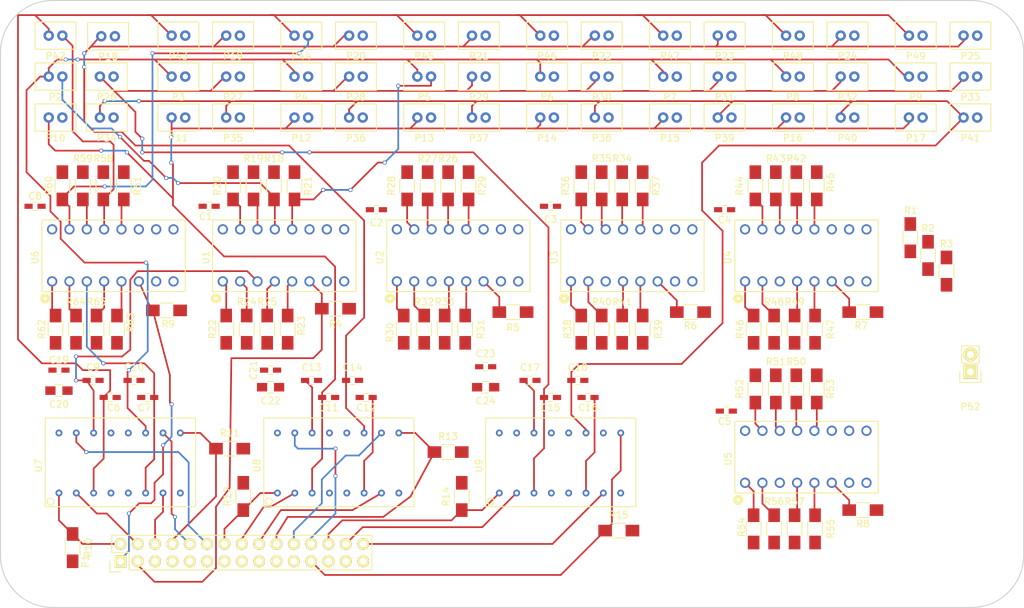
<source format=kicad_pcb>
(kicad_pcb (version 4) (host pcbnew 4.0.4-stable)
  (layers (0 F.Cu signal) (31 B.Cu signal) (34 B.Paste user) (35 F.Paste user) (36 B.SilkS user) (37 F.SilkS user) (38 B.Mask user) (39 F.Mask user) (44 Edge.Cuts user))
  (net 0 "")
  (net 1 Vcc)
  (net 2 GND)
  (net 3 ENABLE_M0)
  (net 4 M5_S2)
  (net 5 ENABLE_M1)
  (net 6 M5_S1)
  (net 7 ENABLE_M2)
  (net 8 M4_S2)
  (net 9 ENABLE_M3)
  (net 10 M4_S1)
  (net 11 ENABLE_M4)
  (net 12 M3_S2)
  (net 13 ENABLE_M5)
  (net 14 M3_S1)
  (net 15 CONTROL_A)
  (net 16 M2_S2)
  (net 17 CONTROL_B)
  (net 18 M2_S1)
  (net 19 CONTROL_C)
  (net 20 M1_S2)
  (net 21 M1_S1)
  (net 22 M0_S2)
  (net 23 M0_S1)
  (net 24 /Demux1ToMotor1/M1_V+)
  (net 25 /Demux1ToMotor1/C0_M1_V-)
  (net 26 /Demux1ToMotor1/C1_M1_V-)
  (net 27 /Demux1ToMotor1/C2_M1_V-)
  (net 28 /Demux1ToMotor1/C3_M1_V-)
  (net 29 /Demux1ToMotor1/C4_M1_V-)
  (net 30 /Demux1ToMotor1/C5_M1_V-)
  (net 31 /Demux1ToMotor1/C6_M1_V-)
  (net 32 /Demux1ToMotor1/C7_M1_V-)
  (net 33 /Demux2ToMotor2/M2_V+)
  (net 34 /Demux2ToMotor2/C0_M2_V-)
  (net 35 /Demux2ToMotor2/C1_M2_V-)
  (net 36 /Demux2ToMotor2/C2_M2_V-)
  (net 37 /Demux2ToMotor2/C3_M2_V-)
  (net 38 /Demux2ToMotor2/C4_M2_V-)
  (net 39 /Demux2ToMotor2/C5_M2_V-)
  (net 40 /Demux2ToMotor2/C6_M2_V-)
  (net 41 /Demux2ToMotor2/C7_M2_V-)
  (net 42 /Demux3ToMotor3/M3_V+)
  (net 43 /Demux3ToMotor3/C0_M3_V-)
  (net 44 /Demux3ToMotor3/C1_M3_V-)
  (net 45 /Demux3ToMotor3/C2_M3_V-)
  (net 46 /Demux3ToMotor3/C3_M3_V-)
  (net 47 /Demux3ToMotor3/C4_M3_V-)
  (net 48 /Demux3ToMotor3/C5_M3_V-)
  (net 49 /Demux3ToMotor3/C6_M3_V-)
  (net 50 /Demux3ToMotor3/C7_M3_V-)
  (net 51 /Demux4ToMotor4/M4_V+)
  (net 52 /Demux4ToMotor4/C0_M4_V-)
  (net 53 /Demux4ToMotor4/C1_M4_V-)
  (net 54 /Demux4ToMotor4/C2_M4_V-)
  (net 55 /Demux4ToMotor4/C3_M4_V-)
  (net 56 /Demux4ToMotor4/C4_M4_V-)
  (net 57 /Demux4ToMotor4/C5_M4_V-)
  (net 58 /Demux4ToMotor4/C6_M4_V-)
  (net 59 /Demux4ToMotor4/C7_M4_V-)
  (net 60 /Demux5ToMotor5/M5_V+)
  (net 61 /Demux5ToMotor5/C0_M5_V-)
  (net 62 /Demux5ToMotor5/C1_M5_V-)
  (net 63 /Demux5ToMotor5/C2_M5_V-)
  (net 64 /Demux5ToMotor5/C3_M5_V-)
  (net 65 /Demux5ToMotor5/C4_M5_V-)
  (net 66 /Demux5ToMotor5/C5_M5_V-)
  (net 67 /Demux5ToMotor5/C6_M5_V-)
  (net 68 /Demux5ToMotor5/C7_M5_V-)
  (net 69 /Demux0ToMotor0/M0_V+)
  (net 70 /Demux0ToMotor0/C0_M0_V-)
  (net 71 /Demux0ToMotor0/C1_M0_V-)
  (net 72 /Demux0ToMotor0/C2_M0_V-)
  (net 73 /Demux0ToMotor0/C3_M0_V-)
  (net 74 /Demux0ToMotor0/C4_M0_V-)
  (net 75 /Demux0ToMotor0/C5_M0_V-)
  (net 76 /Demux0ToMotor0/C6_M0_V-)
  (net 77 /Demux0ToMotor0/C7_M0_V-)
  (net 78 /Demux1ToMotor1/M1_V-)
  (net 79 "Net-(U1-Pad7)")
  (net 80 /Demux2ToMotor2/M2_V-)
  (net 81 "Net-(U2-Pad7)")
  (net 82 /Demux3ToMotor3/M3_V-)
  (net 83 "Net-(U3-Pad7)")
  (net 84 /Demux4ToMotor4/M4_V-)
  (net 85 "Net-(U4-Pad7)")
  (net 86 /Demux5ToMotor5/M5_V-)
  (net 87 "Net-(U5-Pad7)")
  (net 88 /Demux0ToMotor0/M0_V-)
  (net 89 "Net-(U6-Pad7)")
  (net 90 ENABLE_H0)
  (net 91 ENABLE_H1)
  (net 92 ENABLE_H2)
  (net 93 ENABLE_H3)
  (net 94 ENABLE_H4)
  (net 95 ENABLE_H5)
  (module Capacitors_SMD:C_0603_HandSoldering (layer F.Cu) (at 109.3 78.4 180)
    (fp_text reference C1 (at 0.5 -1.5 180) (layer F.SilkS))
    (fp_text value 0.1uF)
    (pad 1 smd rect (at -0.95 0 180) (size 1.2 0.75) (layers F.Cu F.Paste F.Mask) (net 1 Vcc))
    (pad 2 smd rect (at 0.95 0 180) (size 1.2 0.75) (layers F.Cu F.Paste F.Mask) (net 2 GND))
  )
  (module Capacitors_SMD:C_0603_HandSoldering (layer F.Cu) (at 133.8 78.9 180)
    (fp_text reference C2 (at 0 -1.9 180) (layer F.SilkS))
    (fp_text value 0.1uF)
    (pad 1 smd rect (at -0.95 0 180) (size 1.2 0.75) (layers F.Cu F.Paste F.Mask) (net 1 Vcc))
    (pad 2 smd rect (at 0.95 0 180) (size 1.2 0.75) (layers F.Cu F.Paste F.Mask) (net 2 GND))
  )
  (module Capacitors_SMD:C_0603_HandSoldering (layer F.Cu) (at 159.3 78.4 180)
    (fp_text reference C3 (at 0 -1.9 180) (layer F.SilkS))
    (fp_text value 0.1uF)
    (pad 1 smd rect (at -0.95 0 180) (size 1.2 0.75) (layers F.Cu F.Paste F.Mask) (net 1 Vcc))
    (pad 2 smd rect (at 0.95 0 180) (size 1.2 0.75) (layers F.Cu F.Paste F.Mask) (net 2 GND))
  )
  (module Capacitors_SMD:C_0603_HandSoldering (layer F.Cu) (at 184.8 78.9 180)
    (fp_text reference C4 (at 0 -1.5 180) (layer F.SilkS))
    (fp_text value 0.1uF)
    (pad 1 smd rect (at -0.95 0 180) (size 1.2 0.75) (layers F.Cu F.Paste F.Mask) (net 1 Vcc))
    (pad 2 smd rect (at 0.95 0 180) (size 1.2 0.75) (layers F.Cu F.Paste F.Mask) (net 2 GND))
  )
  (module Capacitors_SMD:C_0603_HandSoldering (layer F.Cu) (at 185.05 108.4 180)
    (fp_text reference C5 (at 0.25 -1.5 180) (layer F.SilkS))
    (fp_text value 0.1uF)
    (pad 1 smd rect (at -0.95 0 180) (size 1.2 0.75) (layers F.Cu F.Paste F.Mask) (net 1 Vcc))
    (pad 2 smd rect (at 0.95 0 180) (size 1.2 0.75) (layers F.Cu F.Paste F.Mask) (net 2 GND))
  )
  (module Capacitors_SMD:C_0603_HandSoldering (layer F.Cu) (at 94.8 106.4)
    (fp_text reference C6 (at 0.5 1.5) (layer F.SilkS))
    (fp_text value 1uF)
    (pad 1 smd rect (at -0.95 0) (size 1.2 0.75) (layers F.Cu F.Paste F.Mask) (net 69 /Demux0ToMotor0/M0_V+))
    (pad 2 smd rect (at 0.95 0) (size 1.2 0.75) (layers F.Cu F.Paste F.Mask) (net 2 GND))
  )
  (module Capacitors_SMD:C_0603_HandSoldering (layer F.Cu) (at 100.3 106.4 180)
    (fp_text reference C7 (at 0.5 -1.5 180) (layer F.SilkS))
    (fp_text value 1uF)
    (pad 1 smd rect (at -0.95 0 180) (size 1.2 0.75) (layers F.Cu F.Paste F.Mask) (net 88 /Demux0ToMotor0/M0_V-))
    (pad 2 smd rect (at 0.95 0 180) (size 1.2 0.75) (layers F.Cu F.Paste F.Mask) (net 2 GND))
  )
  (module Capacitors_SMD:C_0603_HandSoldering (layer F.Cu) (at 83.8 78.4 180)
    (fp_text reference C8 (at 0 1.5 180) (layer F.SilkS))
    (fp_text value 0.1uF)
    (pad 1 smd rect (at -0.95 0 180) (size 1.2 0.75) (layers F.Cu F.Paste F.Mask) (net 1 Vcc))
    (pad 2 smd rect (at 0.95 0 180) (size 1.2 0.75) (layers F.Cu F.Paste F.Mask) (net 2 GND))
  )
  (module Capacitors_SMD:C_0603_HandSoldering (layer F.Cu) (at 92.3 103.9)
    (fp_text reference C9 (at 0 -1.9) (layer F.SilkS))
    (fp_text value 1uF)
    (pad 1 smd rect (at -0.95 0) (size 1.2 0.75) (layers F.Cu F.Paste F.Mask) (net 78 /Demux1ToMotor1/M1_V-))
    (pad 2 smd rect (at 0.95 0) (size 1.2 0.75) (layers F.Cu F.Paste F.Mask) (net 2 GND))
  )
  (module Capacitors_SMD:C_0603_HandSoldering (layer F.Cu) (at 98.3 103.9)
    (fp_text reference C10 (at 0 -1.9) (layer F.SilkS))
    (fp_text value 1uF)
    (pad 1 smd rect (at -0.95 0) (size 1.2 0.75) (layers F.Cu F.Paste F.Mask) (net 24 /Demux1ToMotor1/M1_V+))
    (pad 2 smd rect (at 0.95 0) (size 1.2 0.75) (layers F.Cu F.Paste F.Mask) (net 2 GND))
  )
  (module Capacitors_SMD:C_0603_HandSoldering (layer F.Cu) (at 126.8 106.4)
    (fp_text reference C11 (at 0 1.5) (layer F.SilkS))
    (fp_text value 1uF)
    (pad 1 smd rect (at -0.95 0) (size 1.2 0.75) (layers F.Cu F.Paste F.Mask) (net 33 /Demux2ToMotor2/M2_V+))
    (pad 2 smd rect (at 0.95 0) (size 1.2 0.75) (layers F.Cu F.Paste F.Mask) (net 2 GND))
  )
  (module Capacitors_SMD:C_0603_HandSoldering (layer F.Cu) (at 132.3 106.4 180)
    (fp_text reference C12 (at 0 -1.5 180) (layer F.SilkS))
    (fp_text value 1uF)
    (pad 1 smd rect (at -0.95 0 180) (size 1.2 0.75) (layers F.Cu F.Paste F.Mask) (net 80 /Demux2ToMotor2/M2_V-))
    (pad 2 smd rect (at 0.95 0 180) (size 1.2 0.75) (layers F.Cu F.Paste F.Mask) (net 2 GND))
  )
  (module Capacitors_SMD:C_0603_HandSoldering (layer F.Cu) (at 124.3 103.9)
    (fp_text reference C13 (at 0 -1.9) (layer F.SilkS))
    (fp_text value 1uF)
    (pad 1 smd rect (at -0.95 0) (size 1.2 0.75) (layers F.Cu F.Paste F.Mask) (net 82 /Demux3ToMotor3/M3_V-))
    (pad 2 smd rect (at 0.95 0) (size 1.2 0.75) (layers F.Cu F.Paste F.Mask) (net 2 GND))
  )
  (module Capacitors_SMD:C_0603_HandSoldering (layer F.Cu) (at 130.3 103.9)
    (fp_text reference C14 (at 0 -1.9) (layer F.SilkS))
    (fp_text value 1uF)
    (pad 1 smd rect (at -0.95 0) (size 1.2 0.75) (layers F.Cu F.Paste F.Mask) (net 42 /Demux3ToMotor3/M3_V+))
    (pad 2 smd rect (at 0.95 0) (size 1.2 0.75) (layers F.Cu F.Paste F.Mask) (net 2 GND))
  )
  (module Capacitors_SMD:C_0603_HandSoldering (layer F.Cu) (at 159.3 106.4)
    (fp_text reference C15 (at 0 1.5) (layer F.SilkS))
    (fp_text value 1uF)
    (pad 1 smd rect (at -0.95 0) (size 1.2 0.75) (layers F.Cu F.Paste F.Mask) (net 51 /Demux4ToMotor4/M4_V+))
    (pad 2 smd rect (at 0.95 0) (size 1.2 0.75) (layers F.Cu F.Paste F.Mask) (net 2 GND))
  )
  (module Capacitors_SMD:C_0603_HandSoldering (layer F.Cu) (at 164.8 106.4 180)
    (fp_text reference C16 (at 0 -1.5 180) (layer F.SilkS))
    (fp_text value 1uF)
    (pad 1 smd rect (at -0.95 0 180) (size 1.2 0.75) (layers F.Cu F.Paste F.Mask) (net 84 /Demux4ToMotor4/M4_V-))
    (pad 2 smd rect (at 0.95 0 180) (size 1.2 0.75) (layers F.Cu F.Paste F.Mask) (net 2 GND))
  )
  (module Capacitors_SMD:C_0603_HandSoldering (layer F.Cu) (at 156.3 103.9)
    (fp_text reference C17 (at 0 -1.9) (layer F.SilkS))
    (fp_text value 1uF)
    (pad 1 smd rect (at -0.95 0) (size 1.2 0.75) (layers F.Cu F.Paste F.Mask) (net 86 /Demux5ToMotor5/M5_V-))
    (pad 2 smd rect (at 0.95 0) (size 1.2 0.75) (layers F.Cu F.Paste F.Mask) (net 2 GND))
  )
  (module Capacitors_SMD:C_0603_HandSoldering (layer F.Cu) (at 163.3 103.9)
    (fp_text reference C18 (at 0 -1.9) (layer F.SilkS))
    (fp_text value 1uF)
    (pad 1 smd rect (at -0.95 0) (size 1.2 0.75) (layers F.Cu F.Paste F.Mask) (net 60 /Demux5ToMotor5/M5_V+))
    (pad 2 smd rect (at 0.95 0) (size 1.2 0.75) (layers F.Cu F.Paste F.Mask) (net 2 GND))
  )
  (module Capacitors_SMD:C_0603_HandSoldering (layer F.Cu) (at 87.3 102.4)
    (fp_text reference C19 (at 0 -1.5) (layer F.SilkS))
    (fp_text value 0.1uF)
    (pad 1 smd rect (at -0.95 0) (size 1.2 0.75) (layers F.Cu F.Paste F.Mask) (net 1 Vcc))
    (pad 2 smd rect (at 0.95 0) (size 1.2 0.75) (layers F.Cu F.Paste F.Mask) (net 2 GND))
  )
  (module Capacitors_SMD:C_0805_HandSoldering (layer F.Cu) (at 87.3 105.4)
    (fp_text reference C20 (at 0 2) (layer F.SilkS))
    (fp_text value 10uF)
    (pad 1 smd rect (at -1.25 0) (size 1.5 1.25) (layers F.Cu F.Paste F.Mask) (net 1 Vcc))
    (pad 2 smd rect (at 1.25 0) (size 1.5 1.25) (layers F.Cu F.Paste F.Mask) (net 2 GND))
  )
  (module Capacitors_SMD:C_0603_HandSoldering (layer F.Cu) (at 118.3 102.4)
    (fp_text reference C21 (at -2.5 0 90) (layer F.SilkS))
    (fp_text value 0.1uf)
    (pad 1 smd rect (at -0.95 0) (size 1.2 0.75) (layers F.Cu F.Paste F.Mask) (net 1 Vcc))
    (pad 2 smd rect (at 0.95 0) (size 1.2 0.75) (layers F.Cu F.Paste F.Mask) (net 2 GND))
  )
  (module Capacitors_SMD:C_0805_HandSoldering (layer F.Cu) (at 118.3 104.9)
    (fp_text reference C22 (at 0 2) (layer F.SilkS))
    (fp_text value 10uF)
    (pad 1 smd rect (at -1.25 0) (size 1.5 1.25) (layers F.Cu F.Paste F.Mask) (net 1 Vcc))
    (pad 2 smd rect (at 1.25 0) (size 1.5 1.25) (layers F.Cu F.Paste F.Mask) (net 2 GND))
  )
  (module Capacitors_SMD:C_0603_HandSoldering (layer F.Cu) (at 149.8 101.9)
    (fp_text reference C23 (at 0 -1.9) (layer F.SilkS))
    (fp_text value 0.1uF)
    (pad 1 smd rect (at -0.95 0) (size 1.2 0.75) (layers F.Cu F.Paste F.Mask) (net 1 Vcc))
    (pad 2 smd rect (at 0.95 0) (size 1.2 0.75) (layers F.Cu F.Paste F.Mask) (net 2 GND))
  )
  (module Capacitors_SMD:C_0805_HandSoldering (layer F.Cu) (at 149.8 104.9)
    (fp_text reference C24 (at 0 2) (layer F.SilkS))
    (fp_text value 10uF)
    (pad 1 smd rect (at -1.25 0) (size 1.5 1.25) (layers F.Cu F.Paste F.Mask) (net 1 Vcc))
    (pad 2 smd rect (at 1.25 0) (size 1.5 1.25) (layers F.Cu F.Paste F.Mask) (net 2 GND))
  )
  (module Pin_Headers:Pin_Header_Straight_2x15 (layer F.Cu) (at 96.3 130.4 90)
    (fp_text reference P1 (at 0 -5.1 90) (layer F.SilkS))
    (fp_text value CONN_02X15)
    (pad 1 thru_hole rect (at 0 0 90) (size 1.7272 1.7272) (drill 1.016) (layers *.Cu *.Mask F.SilkS) (net 3 ENABLE_M0))
    (pad 2 thru_hole oval (at 2.54 0 90) (size 1.7272 1.7272) (drill 1.016) (layers *.Cu *.Mask F.SilkS) (net 90 ENABLE_H0))
    (pad 3 thru_hole oval (at 0 2.54 90) (size 1.7272 1.7272) (drill 1.016) (layers *.Cu *.Mask F.SilkS) (net 5 ENABLE_M1))
    (pad 4 thru_hole oval (at 2.54 2.54 90) (size 1.7272 1.7272) (drill 1.016) (layers *.Cu *.Mask F.SilkS) (net 23 M0_S1))
    (pad 5 thru_hole oval (at 0 5.08 90) (size 1.7272 1.7272) (drill 1.016) (layers *.Cu *.Mask F.SilkS) (net 7 ENABLE_M2))
    (pad 6 thru_hole oval (at 2.54 5.08 90) (size 1.7272 1.7272) (drill 1.016) (layers *.Cu *.Mask F.SilkS) (net 22 M0_S2))
    (pad 7 thru_hole oval (at 0 7.62 90) (size 1.7272 1.7272) (drill 1.016) (layers *.Cu *.Mask F.SilkS) (net 9 ENABLE_M3))
    (pad 8 thru_hole oval (at 2.54 7.62 90) (size 1.7272 1.7272) (drill 1.016) (layers *.Cu *.Mask F.SilkS) (net 91 ENABLE_H1))
    (pad 9 thru_hole oval (at 0 10.16 90) (size 1.7272 1.7272) (drill 1.016) (layers *.Cu *.Mask F.SilkS) (net 11 ENABLE_M4))
    (pad 10 thru_hole oval (at 2.54 10.16 90) (size 1.7272 1.7272) (drill 1.016) (layers *.Cu *.Mask F.SilkS) (net 21 M1_S1))
    (pad 11 thru_hole oval (at 0 12.7 90) (size 1.7272 1.7272) (drill 1.016) (layers *.Cu *.Mask F.SilkS) (net 13 ENABLE_M5))
    (pad 12 thru_hole oval (at 2.54 12.7 90) (size 1.7272 1.7272) (drill 1.016) (layers *.Cu *.Mask F.SilkS) (net 20 M1_S2))
    (pad 13 thru_hole oval (at 0 15.24 90) (size 1.7272 1.7272) (drill 1.016) (layers *.Cu *.Mask F.SilkS) (net 19 CONTROL_C))
    (pad 14 thru_hole oval (at 2.54 15.24 90) (size 1.7272 1.7272) (drill 1.016) (layers *.Cu *.Mask F.SilkS) (net 92 ENABLE_H2))
    (pad 15 thru_hole oval (at 0 17.78 90) (size 1.7272 1.7272) (drill 1.016) (layers *.Cu *.Mask F.SilkS) (net 17 CONTROL_B))
    (pad 16 thru_hole oval (at 2.54 17.78 90) (size 1.7272 1.7272) (drill 1.016) (layers *.Cu *.Mask F.SilkS) (net 18 M2_S1))
    (pad 17 thru_hole oval (at 0 20.32 90) (size 1.7272 1.7272) (drill 1.016) (layers *.Cu *.Mask F.SilkS) (net 15 CONTROL_A))
    (pad 18 thru_hole oval (at 2.54 20.32 90) (size 1.7272 1.7272) (drill 1.016) (layers *.Cu *.Mask F.SilkS) (net 16 M2_S2))
    (pad 19 thru_hole oval (at 0 22.86 90) (size 1.7272 1.7272) (drill 1.016) (layers *.Cu *.Mask F.SilkS) (net 4 M5_S2))
    (pad 20 thru_hole oval (at 2.54 22.86 90) (size 1.7272 1.7272) (drill 1.016) (layers *.Cu *.Mask F.SilkS) (net 93 ENABLE_H3))
    (pad 21 thru_hole oval (at 0 25.4 90) (size 1.7272 1.7272) (drill 1.016) (layers *.Cu *.Mask F.SilkS) (net 6 M5_S1))
    (pad 22 thru_hole oval (at 2.54 25.4 90) (size 1.7272 1.7272) (drill 1.016) (layers *.Cu *.Mask F.SilkS) (net 14 M3_S1))
    (pad 23 thru_hole oval (at 0 27.94 90) (size 1.7272 1.7272) (drill 1.016) (layers *.Cu *.Mask F.SilkS) (net 95 ENABLE_H5))
    (pad 24 thru_hole oval (at 2.54 27.94 90) (size 1.7272 1.7272) (drill 1.016) (layers *.Cu *.Mask F.SilkS) (net 12 M3_S2))
    (pad 25 thru_hole oval (at 0 30.48 90) (size 1.7272 1.7272) (drill 1.016) (layers *.Cu *.Mask F.SilkS) (net 2 GND))
    (pad 26 thru_hole oval (at 2.54 30.48 90) (size 1.7272 1.7272) (drill 1.016) (layers *.Cu *.Mask F.SilkS) (net 94 ENABLE_H4))
    (pad 27 thru_hole oval (at 0 33.02 90) (size 1.7272 1.7272) (drill 1.016) (layers *.Cu *.Mask F.SilkS) (net 2 GND))
    (pad 28 thru_hole oval (at 2.54 33.02 90) (size 1.7272 1.7272) (drill 1.016) (layers *.Cu *.Mask F.SilkS) (net 10 M4_S1))
    (pad 29 thru_hole oval (at 0 35.56 90) (size 1.7272 1.7272) (drill 1.016) (layers *.Cu *.Mask F.SilkS) (net 2 GND))
    (pad 30 thru_hole oval (at 2.54 35.56 90) (size 1.7272 1.7272) (drill 1.016) (layers *.Cu *.Mask F.SilkS) (net 8 M4_S2))
  )
  (module CustomParts:JST_PH (layer F.Cu) (at 85.8 59.4)
    (fp_text reference P2 (at 1 3) (layer F.SilkS))
    (fp_text value C0_M1 hide)
    (pad 1 thru_hole circle (at 0 0) (size 1.524 1.524) (drill 0.8) (layers *.Cu *.Mask) (net 24 /Demux1ToMotor1/M1_V+))
    (pad 2 thru_hole circle (at 2 0) (size 1.524 1.524) (drill 0.8) (layers *.Cu *.Mask) (net 25 /Demux1ToMotor1/C0_M1_V-))
  )
  (module CustomParts:JST_PH (layer F.Cu) (at 103.8 59.4)
    (fp_text reference P3 (at 1 3) (layer F.SilkS))
    (fp_text value C1_M1 hide)
    (pad 1 thru_hole circle (at 0 0) (size 1.524 1.524) (drill 0.8) (layers *.Cu *.Mask) (net 24 /Demux1ToMotor1/M1_V+))
    (pad 2 thru_hole circle (at 2 0) (size 1.524 1.524) (drill 0.8) (layers *.Cu *.Mask) (net 26 /Demux1ToMotor1/C1_M1_V-))
  )
  (module CustomParts:JST_PH (layer F.Cu) (at 121.8 59.4)
    (fp_text reference P4 (at 1 3) (layer F.SilkS))
    (fp_text value C2_M1 hide)
    (pad 1 thru_hole circle (at 0 0) (size 1.524 1.524) (drill 0.8) (layers *.Cu *.Mask) (net 24 /Demux1ToMotor1/M1_V+))
    (pad 2 thru_hole circle (at 2 0) (size 1.524 1.524) (drill 0.8) (layers *.Cu *.Mask) (net 27 /Demux1ToMotor1/C2_M1_V-))
  )
  (module CustomParts:JST_PH (layer F.Cu) (at 139.8 59.4)
    (fp_text reference P5 (at 1 3) (layer F.SilkS))
    (fp_text value C3_M1 hide)
    (pad 1 thru_hole circle (at 0 0) (size 1.524 1.524) (drill 0.8) (layers *.Cu *.Mask) (net 24 /Demux1ToMotor1/M1_V+))
    (pad 2 thru_hole circle (at 2 0) (size 1.524 1.524) (drill 0.8) (layers *.Cu *.Mask) (net 28 /Demux1ToMotor1/C3_M1_V-))
  )
  (module CustomParts:JST_PH (layer F.Cu) (at 157.8 59.4)
    (fp_text reference P6 (at 1 3) (layer F.SilkS))
    (fp_text value C4_M1 hide)
    (pad 1 thru_hole circle (at 0 0) (size 1.524 1.524) (drill 0.8) (layers *.Cu *.Mask) (net 24 /Demux1ToMotor1/M1_V+))
    (pad 2 thru_hole circle (at 2 0) (size 1.524 1.524) (drill 0.8) (layers *.Cu *.Mask) (net 29 /Demux1ToMotor1/C4_M1_V-))
  )
  (module CustomParts:JST_PH (layer F.Cu) (at 175.8 59.4)
    (fp_text reference P7 (at 1 3) (layer F.SilkS))
    (fp_text value C5_M1 hide)
    (pad 1 thru_hole circle (at 0 0) (size 1.524 1.524) (drill 0.8) (layers *.Cu *.Mask) (net 24 /Demux1ToMotor1/M1_V+))
    (pad 2 thru_hole circle (at 2 0) (size 1.524 1.524) (drill 0.8) (layers *.Cu *.Mask) (net 30 /Demux1ToMotor1/C5_M1_V-))
  )
  (module CustomParts:JST_PH (layer F.Cu) (at 193.8 59.4)
    (fp_text reference P8 (at 1 3) (layer F.SilkS))
    (fp_text value C6_M1 hide)
    (pad 1 thru_hole circle (at 0 0) (size 1.524 1.524) (drill 0.8) (layers *.Cu *.Mask) (net 24 /Demux1ToMotor1/M1_V+))
    (pad 2 thru_hole circle (at 2 0) (size 1.524 1.524) (drill 0.8) (layers *.Cu *.Mask) (net 31 /Demux1ToMotor1/C6_M1_V-))
  )
  (module CustomParts:JST_PH (layer F.Cu) (at 211.8 59.4)
    (fp_text reference P9 (at 1 3) (layer F.SilkS))
    (fp_text value C7_M1 hide)
    (pad 1 thru_hole circle (at 0 0) (size 1.524 1.524) (drill 0.8) (layers *.Cu *.Mask) (net 24 /Demux1ToMotor1/M1_V+))
    (pad 2 thru_hole circle (at 2 0) (size 1.524 1.524) (drill 0.8) (layers *.Cu *.Mask) (net 32 /Demux1ToMotor1/C7_M1_V-))
  )
  (module CustomParts:JST_PH (layer F.Cu) (at 85.8 65.4)
    (fp_text reference P10 (at 1 3) (layer F.SilkS))
    (fp_text value C0_M2 hide)
    (pad 1 thru_hole circle (at 0 0) (size 1.524 1.524) (drill 0.8) (layers *.Cu *.Mask) (net 33 /Demux2ToMotor2/M2_V+))
    (pad 2 thru_hole circle (at 2 0) (size 1.524 1.524) (drill 0.8) (layers *.Cu *.Mask) (net 34 /Demux2ToMotor2/C0_M2_V-))
  )
  (module CustomParts:JST_PH (layer F.Cu) (at 103.8 65.4)
    (fp_text reference P11 (at 1 3) (layer F.SilkS))
    (fp_text value C1_M2 hide)
    (pad 1 thru_hole circle (at 0 0) (size 1.524 1.524) (drill 0.8) (layers *.Cu *.Mask) (net 33 /Demux2ToMotor2/M2_V+))
    (pad 2 thru_hole circle (at 2 0) (size 1.524 1.524) (drill 0.8) (layers *.Cu *.Mask) (net 35 /Demux2ToMotor2/C1_M2_V-))
  )
  (module CustomParts:JST_PH (layer F.Cu) (at 121.8 65.4)
    (fp_text reference P12 (at 1 3) (layer F.SilkS))
    (fp_text value C2_M2 hide)
    (pad 1 thru_hole circle (at 0 0) (size 1.524 1.524) (drill 0.8) (layers *.Cu *.Mask) (net 33 /Demux2ToMotor2/M2_V+))
    (pad 2 thru_hole circle (at 2 0) (size 1.524 1.524) (drill 0.8) (layers *.Cu *.Mask) (net 36 /Demux2ToMotor2/C2_M2_V-))
  )
  (module CustomParts:JST_PH (layer F.Cu) (at 139.8 65.4)
    (fp_text reference P13 (at 1 3) (layer F.SilkS))
    (fp_text value C3_M2 hide)
    (pad 1 thru_hole circle (at 0 0) (size 1.524 1.524) (drill 0.8) (layers *.Cu *.Mask) (net 33 /Demux2ToMotor2/M2_V+))
    (pad 2 thru_hole circle (at 2 0) (size 1.524 1.524) (drill 0.8) (layers *.Cu *.Mask) (net 37 /Demux2ToMotor2/C3_M2_V-))
  )
  (module CustomParts:JST_PH (layer F.Cu) (at 157.8 65.4)
    (fp_text reference P14 (at 1 3) (layer F.SilkS))
    (fp_text value C4_M2 hide)
    (pad 1 thru_hole circle (at 0 0) (size 1.524 1.524) (drill 0.8) (layers *.Cu *.Mask) (net 33 /Demux2ToMotor2/M2_V+))
    (pad 2 thru_hole circle (at 2 0) (size 1.524 1.524) (drill 0.8) (layers *.Cu *.Mask) (net 38 /Demux2ToMotor2/C4_M2_V-))
  )
  (module CustomParts:JST_PH (layer F.Cu) (at 175.8 65.4)
    (fp_text reference P15 (at 1 3) (layer F.SilkS))
    (fp_text value C5_M2 hide)
    (pad 1 thru_hole circle (at 0 0) (size 1.524 1.524) (drill 0.8) (layers *.Cu *.Mask) (net 33 /Demux2ToMotor2/M2_V+))
    (pad 2 thru_hole circle (at 2 0) (size 1.524 1.524) (drill 0.8) (layers *.Cu *.Mask) (net 39 /Demux2ToMotor2/C5_M2_V-))
  )
  (module CustomParts:JST_PH (layer F.Cu) (at 193.8 65.4)
    (fp_text reference P16 (at 1 3) (layer F.SilkS))
    (fp_text value C6_M2 hide)
    (pad 1 thru_hole circle (at 0 0) (size 1.524 1.524) (drill 0.8) (layers *.Cu *.Mask) (net 33 /Demux2ToMotor2/M2_V+))
    (pad 2 thru_hole circle (at 2 0) (size 1.524 1.524) (drill 0.8) (layers *.Cu *.Mask) (net 40 /Demux2ToMotor2/C6_M2_V-))
  )
  (module CustomParts:JST_PH (layer F.Cu) (at 211.8 65.4)
    (fp_text reference P17 (at 1 3) (layer F.SilkS))
    (fp_text value C7_M2 hide)
    (pad 1 thru_hole circle (at 0 0) (size 1.524 1.524) (drill 0.8) (layers *.Cu *.Mask) (net 33 /Demux2ToMotor2/M2_V+))
    (pad 2 thru_hole circle (at 2 0) (size 1.524 1.524) (drill 0.8) (layers *.Cu *.Mask) (net 41 /Demux2ToMotor2/C7_M2_V-))
  )
  (module CustomParts:JST_PH (layer F.Cu) (at 93.5 53.5)
    (fp_text reference P18 (at 1 3) (layer F.SilkS))
    (fp_text value C0_M3 hide)
    (pad 1 thru_hole circle (at 0 0) (size 1.524 1.524) (drill 0.8) (layers *.Cu *.Mask) (net 42 /Demux3ToMotor3/M3_V+))
    (pad 2 thru_hole circle (at 2 0) (size 1.524 1.524) (drill 0.8) (layers *.Cu *.Mask) (net 43 /Demux3ToMotor3/C0_M3_V-))
  )
  (module CustomParts:JST_PH (layer F.Cu) (at 111.8 53.4)
    (fp_text reference P19 (at 1 3) (layer F.SilkS))
    (fp_text value C1_M3 hide)
    (pad 1 thru_hole circle (at 0 0) (size 1.524 1.524) (drill 0.8) (layers *.Cu *.Mask) (net 42 /Demux3ToMotor3/M3_V+))
    (pad 2 thru_hole circle (at 2 0) (size 1.524 1.524) (drill 0.8) (layers *.Cu *.Mask) (net 44 /Demux3ToMotor3/C1_M3_V-))
  )
  (module CustomParts:JST_PH (layer F.Cu) (at 129.8 53.4)
    (fp_text reference P20 (at 1 3) (layer F.SilkS))
    (fp_text value C2_M3 hide)
    (pad 1 thru_hole circle (at 0 0) (size 1.524 1.524) (drill 0.8) (layers *.Cu *.Mask) (net 42 /Demux3ToMotor3/M3_V+))
    (pad 2 thru_hole circle (at 2 0) (size 1.524 1.524) (drill 0.8) (layers *.Cu *.Mask) (net 45 /Demux3ToMotor3/C2_M3_V-))
  )
  (module CustomParts:JST_PH (layer F.Cu) (at 147.8 53.4)
    (fp_text reference P21 (at 1 3) (layer F.SilkS))
    (fp_text value C3_M3 hide)
    (pad 1 thru_hole circle (at 0 0) (size 1.524 1.524) (drill 0.8) (layers *.Cu *.Mask) (net 42 /Demux3ToMotor3/M3_V+))
    (pad 2 thru_hole circle (at 2 0) (size 1.524 1.524) (drill 0.8) (layers *.Cu *.Mask) (net 46 /Demux3ToMotor3/C3_M3_V-))
  )
  (module CustomParts:JST_PH (layer F.Cu) (at 165.8 53.4)
    (fp_text reference P22 (at 1 3) (layer F.SilkS))
    (fp_text value C4_M3 hide)
    (pad 1 thru_hole circle (at 0 0) (size 1.524 1.524) (drill 0.8) (layers *.Cu *.Mask) (net 42 /Demux3ToMotor3/M3_V+))
    (pad 2 thru_hole circle (at 2 0) (size 1.524 1.524) (drill 0.8) (layers *.Cu *.Mask) (net 47 /Demux3ToMotor3/C4_M3_V-))
  )
  (module CustomParts:JST_PH (layer F.Cu) (at 183.8 53.4)
    (fp_text reference P23 (at 1 3) (layer F.SilkS))
    (fp_text value C5_M3 hide)
    (pad 1 thru_hole circle (at 0 0) (size 1.524 1.524) (drill 0.8) (layers *.Cu *.Mask) (net 42 /Demux3ToMotor3/M3_V+))
    (pad 2 thru_hole circle (at 2 0) (size 1.524 1.524) (drill 0.8) (layers *.Cu *.Mask) (net 48 /Demux3ToMotor3/C5_M3_V-))
  )
  (module CustomParts:JST_PH (layer F.Cu) (at 201.8 53.4)
    (fp_text reference P24 (at 1 3) (layer F.SilkS))
    (fp_text value C6_M3 hide)
    (pad 1 thru_hole circle (at 0 0) (size 1.524 1.524) (drill 0.8) (layers *.Cu *.Mask) (net 42 /Demux3ToMotor3/M3_V+))
    (pad 2 thru_hole circle (at 2 0) (size 1.524 1.524) (drill 0.8) (layers *.Cu *.Mask) (net 49 /Demux3ToMotor3/C6_M3_V-))
  )
  (module CustomParts:JST_PH (layer F.Cu) (at 219.8 53.4)
    (fp_text reference P25 (at 1 3) (layer F.SilkS))
    (fp_text value C7_M3 hide)
    (pad 1 thru_hole circle (at 0 0) (size 1.524 1.524) (drill 0.8) (layers *.Cu *.Mask) (net 42 /Demux3ToMotor3/M3_V+))
    (pad 2 thru_hole circle (at 2 0) (size 1.524 1.524) (drill 0.8) (layers *.Cu *.Mask) (net 50 /Demux3ToMotor3/C7_M3_V-))
  )
  (module CustomParts:JST_PH (layer F.Cu) (at 93.3 59.4)
    (fp_text reference P26 (at 1 3) (layer F.SilkS))
    (fp_text value C0_M4 hide)
    (pad 1 thru_hole circle (at 0 0) (size 1.524 1.524) (drill 0.8) (layers *.Cu *.Mask) (net 51 /Demux4ToMotor4/M4_V+))
    (pad 2 thru_hole circle (at 2 0) (size 1.524 1.524) (drill 0.8) (layers *.Cu *.Mask) (net 52 /Demux4ToMotor4/C0_M4_V-))
  )
  (module CustomParts:JST_PH (layer F.Cu) (at 111.8 59.4)
    (fp_text reference P27 (at 1 3) (layer F.SilkS))
    (fp_text value C1_M4 hide)
    (pad 1 thru_hole circle (at 0 0) (size 1.524 1.524) (drill 0.8) (layers *.Cu *.Mask) (net 51 /Demux4ToMotor4/M4_V+))
    (pad 2 thru_hole circle (at 2 0) (size 1.524 1.524) (drill 0.8) (layers *.Cu *.Mask) (net 53 /Demux4ToMotor4/C1_M4_V-))
  )
  (module CustomParts:JST_PH (layer F.Cu) (at 129.8 59.4)
    (fp_text reference P28 (at 1 3) (layer F.SilkS))
    (fp_text value C2_M4 hide)
    (pad 1 thru_hole circle (at 0 0) (size 1.524 1.524) (drill 0.8) (layers *.Cu *.Mask) (net 51 /Demux4ToMotor4/M4_V+))
    (pad 2 thru_hole circle (at 2 0) (size 1.524 1.524) (drill 0.8) (layers *.Cu *.Mask) (net 54 /Demux4ToMotor4/C2_M4_V-))
  )
  (module CustomParts:JST_PH (layer F.Cu) (at 147.8 59.4)
    (fp_text reference P29 (at 1 3) (layer F.SilkS))
    (fp_text value C3_M4 hide)
    (pad 1 thru_hole circle (at 0 0) (size 1.524 1.524) (drill 0.8) (layers *.Cu *.Mask) (net 51 /Demux4ToMotor4/M4_V+))
    (pad 2 thru_hole circle (at 2 0) (size 1.524 1.524) (drill 0.8) (layers *.Cu *.Mask) (net 55 /Demux4ToMotor4/C3_M4_V-))
  )
  (module CustomParts:JST_PH (layer F.Cu) (at 165.8 59.4)
    (fp_text reference P30 (at 1 3) (layer F.SilkS))
    (fp_text value C4_M4 hide)
    (pad 1 thru_hole circle (at 0 0) (size 1.524 1.524) (drill 0.8) (layers *.Cu *.Mask) (net 51 /Demux4ToMotor4/M4_V+))
    (pad 2 thru_hole circle (at 2 0) (size 1.524 1.524) (drill 0.8) (layers *.Cu *.Mask) (net 56 /Demux4ToMotor4/C4_M4_V-))
  )
  (module CustomParts:JST_PH (layer F.Cu) (at 183.8 59.4)
    (fp_text reference P31 (at 1 3) (layer F.SilkS))
    (fp_text value C5_M4 hide)
    (pad 1 thru_hole circle (at 0 0) (size 1.524 1.524) (drill 0.8) (layers *.Cu *.Mask) (net 51 /Demux4ToMotor4/M4_V+))
    (pad 2 thru_hole circle (at 2 0) (size 1.524 1.524) (drill 0.8) (layers *.Cu *.Mask) (net 57 /Demux4ToMotor4/C5_M4_V-))
  )
  (module CustomParts:JST_PH (layer F.Cu) (at 201.8 59.4)
    (fp_text reference P32 (at 1 3) (layer F.SilkS))
    (fp_text value C6_M4 hide)
    (pad 1 thru_hole circle (at 0 0) (size 1.524 1.524) (drill 0.8) (layers *.Cu *.Mask) (net 51 /Demux4ToMotor4/M4_V+))
    (pad 2 thru_hole circle (at 2 0) (size 1.524 1.524) (drill 0.8) (layers *.Cu *.Mask) (net 58 /Demux4ToMotor4/C6_M4_V-))
  )
  (module CustomParts:JST_PH (layer F.Cu) (at 219.8 59.4)
    (fp_text reference P33 (at 1 3) (layer F.SilkS))
    (fp_text value C7_M4 hide)
    (pad 1 thru_hole circle (at 0 0) (size 1.524 1.524) (drill 0.8) (layers *.Cu *.Mask) (net 51 /Demux4ToMotor4/M4_V+))
    (pad 2 thru_hole circle (at 2 0) (size 1.524 1.524) (drill 0.8) (layers *.Cu *.Mask) (net 59 /Demux4ToMotor4/C7_M4_V-))
  )
  (module CustomParts:JST_PH (layer F.Cu) (at 93.3 65.4)
    (fp_text reference P34 (at 1 3) (layer F.SilkS))
    (fp_text value C0_M5 hide)
    (pad 1 thru_hole circle (at 0 0) (size 1.524 1.524) (drill 0.8) (layers *.Cu *.Mask) (net 60 /Demux5ToMotor5/M5_V+))
    (pad 2 thru_hole circle (at 2 0) (size 1.524 1.524) (drill 0.8) (layers *.Cu *.Mask) (net 61 /Demux5ToMotor5/C0_M5_V-))
  )
  (module CustomParts:JST_PH (layer F.Cu) (at 111.8 65.4)
    (fp_text reference P35 (at 1 3) (layer F.SilkS))
    (fp_text value C1_M5 hide)
    (pad 1 thru_hole circle (at 0 0) (size 1.524 1.524) (drill 0.8) (layers *.Cu *.Mask) (net 60 /Demux5ToMotor5/M5_V+))
    (pad 2 thru_hole circle (at 2 0) (size 1.524 1.524) (drill 0.8) (layers *.Cu *.Mask) (net 62 /Demux5ToMotor5/C1_M5_V-))
  )
  (module CustomParts:JST_PH (layer F.Cu) (at 129.8 65.4)
    (fp_text reference P36 (at 1 3) (layer F.SilkS))
    (fp_text value C2_M5 hide)
    (pad 1 thru_hole circle (at 0 0) (size 1.524 1.524) (drill 0.8) (layers *.Cu *.Mask) (net 60 /Demux5ToMotor5/M5_V+))
    (pad 2 thru_hole circle (at 2 0) (size 1.524 1.524) (drill 0.8) (layers *.Cu *.Mask) (net 63 /Demux5ToMotor5/C2_M5_V-))
  )
  (module CustomParts:JST_PH (layer F.Cu) (at 147.8 65.4)
    (fp_text reference P37 (at 1 3) (layer F.SilkS))
    (fp_text value C3_M5 hide)
    (pad 1 thru_hole circle (at 0 0) (size 1.524 1.524) (drill 0.8) (layers *.Cu *.Mask) (net 60 /Demux5ToMotor5/M5_V+))
    (pad 2 thru_hole circle (at 2 0) (size 1.524 1.524) (drill 0.8) (layers *.Cu *.Mask) (net 64 /Demux5ToMotor5/C3_M5_V-))
  )
  (module CustomParts:JST_PH (layer F.Cu) (at 165.8 65.4)
    (fp_text reference P38 (at 1 3) (layer F.SilkS))
    (fp_text value C4_M5 hide)
    (pad 1 thru_hole circle (at 0 0) (size 1.524 1.524) (drill 0.8) (layers *.Cu *.Mask) (net 60 /Demux5ToMotor5/M5_V+))
    (pad 2 thru_hole circle (at 2 0) (size 1.524 1.524) (drill 0.8) (layers *.Cu *.Mask) (net 65 /Demux5ToMotor5/C4_M5_V-))
  )
  (module CustomParts:JST_PH (layer F.Cu) (at 183.8 65.4)
    (fp_text reference P39 (at 1 3) (layer F.SilkS))
    (fp_text value C5_M5 hide)
    (pad 1 thru_hole circle (at 0 0) (size 1.524 1.524) (drill 0.8) (layers *.Cu *.Mask) (net 60 /Demux5ToMotor5/M5_V+))
    (pad 2 thru_hole circle (at 2 0) (size 1.524 1.524) (drill 0.8) (layers *.Cu *.Mask) (net 66 /Demux5ToMotor5/C5_M5_V-))
  )
  (module CustomParts:JST_PH (layer F.Cu) (at 201.8 65.4)
    (fp_text reference P40 (at 1 3) (layer F.SilkS))
    (fp_text value C6_M5 hide)
    (pad 1 thru_hole circle (at 0 0) (size 1.524 1.524) (drill 0.8) (layers *.Cu *.Mask) (net 60 /Demux5ToMotor5/M5_V+))
    (pad 2 thru_hole circle (at 2 0) (size 1.524 1.524) (drill 0.8) (layers *.Cu *.Mask) (net 67 /Demux5ToMotor5/C6_M5_V-))
  )
  (module CustomParts:JST_PH (layer F.Cu) (at 219.8 65.4)
    (fp_text reference P41 (at 1 3) (layer F.SilkS))
    (fp_text value C7_M5 hide)
    (pad 1 thru_hole circle (at 0 0) (size 1.524 1.524) (drill 0.8) (layers *.Cu *.Mask) (net 60 /Demux5ToMotor5/M5_V+))
    (pad 2 thru_hole circle (at 2 0) (size 1.524 1.524) (drill 0.8) (layers *.Cu *.Mask) (net 68 /Demux5ToMotor5/C7_M5_V-))
  )
  (module CustomParts:JST_PH (layer F.Cu) (at 85.8 53.4)
    (fp_text reference P42 (at 1 3) (layer F.SilkS))
    (fp_text value C0_M0 hide)
    (pad 1 thru_hole circle (at 0 0) (size 1.524 1.524) (drill 0.8) (layers *.Cu *.Mask) (net 69 /Demux0ToMotor0/M0_V+))
    (pad 2 thru_hole circle (at 2 0) (size 1.524 1.524) (drill 0.8) (layers *.Cu *.Mask) (net 70 /Demux0ToMotor0/C0_M0_V-))
  )
  (module CustomParts:JST_PH (layer F.Cu) (at 103.8 53.4)
    (fp_text reference P43 (at 1 3) (layer F.SilkS))
    (fp_text value C1_M0 hide)
    (pad 1 thru_hole circle (at 0 0) (size 1.524 1.524) (drill 0.8) (layers *.Cu *.Mask) (net 69 /Demux0ToMotor0/M0_V+))
    (pad 2 thru_hole circle (at 2 0) (size 1.524 1.524) (drill 0.8) (layers *.Cu *.Mask) (net 71 /Demux0ToMotor0/C1_M0_V-))
  )
  (module CustomParts:JST_PH (layer F.Cu) (at 121.8 53.4)
    (fp_text reference P44 (at 1 3) (layer F.SilkS))
    (fp_text value C2_M0 hide)
    (pad 1 thru_hole circle (at 0 0) (size 1.524 1.524) (drill 0.8) (layers *.Cu *.Mask) (net 69 /Demux0ToMotor0/M0_V+))
    (pad 2 thru_hole circle (at 2 0) (size 1.524 1.524) (drill 0.8) (layers *.Cu *.Mask) (net 72 /Demux0ToMotor0/C2_M0_V-))
  )
  (module CustomParts:JST_PH (layer F.Cu) (at 139.8 53.4)
    (fp_text reference P45 (at 1 3) (layer F.SilkS))
    (fp_text value C3_M0 hide)
    (pad 1 thru_hole circle (at 0 0) (size 1.524 1.524) (drill 0.8) (layers *.Cu *.Mask) (net 69 /Demux0ToMotor0/M0_V+))
    (pad 2 thru_hole circle (at 2 0) (size 1.524 1.524) (drill 0.8) (layers *.Cu *.Mask) (net 73 /Demux0ToMotor0/C3_M0_V-))
  )
  (module CustomParts:JST_PH (layer F.Cu) (at 157.8 53.4)
    (fp_text reference P46 (at 1 3) (layer F.SilkS))
    (fp_text value C4_M0 hide)
    (pad 1 thru_hole circle (at 0 0) (size 1.524 1.524) (drill 0.8) (layers *.Cu *.Mask) (net 69 /Demux0ToMotor0/M0_V+))
    (pad 2 thru_hole circle (at 2 0) (size 1.524 1.524) (drill 0.8) (layers *.Cu *.Mask) (net 74 /Demux0ToMotor0/C4_M0_V-))
  )
  (module CustomParts:JST_PH (layer F.Cu) (at 175.8 53.4)
    (fp_text reference P47 (at 1 3) (layer F.SilkS))
    (fp_text value C5_M0 hide)
    (pad 1 thru_hole circle (at 0 0) (size 1.524 1.524) (drill 0.8) (layers *.Cu *.Mask) (net 69 /Demux0ToMotor0/M0_V+))
    (pad 2 thru_hole circle (at 2 0) (size 1.524 1.524) (drill 0.8) (layers *.Cu *.Mask) (net 75 /Demux0ToMotor0/C5_M0_V-))
  )
  (module CustomParts:JST_PH (layer F.Cu) (at 193.8 53.4)
    (fp_text reference P48 (at 1 3) (layer F.SilkS))
    (fp_text value C6_M0 hide)
    (pad 1 thru_hole circle (at 0 0) (size 1.524 1.524) (drill 0.8) (layers *.Cu *.Mask) (net 69 /Demux0ToMotor0/M0_V+))
    (pad 2 thru_hole circle (at 2 0) (size 1.524 1.524) (drill 0.8) (layers *.Cu *.Mask) (net 76 /Demux0ToMotor0/C6_M0_V-))
  )
  (module CustomParts:JST_PH (layer F.Cu) (at 211.8 53.4)
    (fp_text reference P49 (at 1 3) (layer F.SilkS))
    (fp_text value C7_M0 hide)
    (pad 1 thru_hole circle (at 0 0) (size 1.524 1.524) (drill 0.8) (layers *.Cu *.Mask) (net 69 /Demux0ToMotor0/M0_V+))
    (pad 2 thru_hole circle (at 2 0) (size 1.524 1.524) (drill 0.8) (layers *.Cu *.Mask) (net 77 /Demux0ToMotor0/C7_M0_V-))
  )
  (module Pin_Headers:Pin_Header_Straight_1x02 (layer F.Cu) (at 220.8 102.65 180)
    (fp_text reference P52 (at 0 -5.1 180) (layer F.SilkS))
    (fp_text value CONN_01X02)
    (pad 1 thru_hole rect (at 0 0 180) (size 2.032 2.032) (drill 1.016) (layers *.Cu *.Mask F.SilkS) (net 1 Vcc))
    (pad 2 thru_hole oval (at 0 2.54 180) (size 2.032 2.032) (drill 1.016) (layers *.Cu *.Mask F.SilkS) (net 2 GND))
  )
  (module Resistors_SMD:R_1206_HandSoldering (layer F.Cu) (at 212 83 90)
    (fp_text reference R1 (at 4 0.05 180) (layer F.SilkS))
    (fp_text value 4.7k)
    (pad 1 smd rect (at -2 0 90) (size 2 1.7) (layers F.Cu F.Paste F.Mask) (net 19 CONTROL_C))
    (pad 2 smd rect (at 2 0 90) (size 2 1.7) (layers F.Cu F.Paste F.Mask) (net 2 GND))
  )
  (module Resistors_SMD:R_1206_HandSoldering (layer F.Cu) (at 214.6 85.6 90)
    (fp_text reference R2 (at 4 0 180) (layer F.SilkS))
    (fp_text value 4.7k)
    (pad 1 smd rect (at -2 0 90) (size 2 1.7) (layers F.Cu F.Paste F.Mask) (net 17 CONTROL_B))
    (pad 2 smd rect (at 2 0 90) (size 2 1.7) (layers F.Cu F.Paste F.Mask) (net 2 GND))
  )
  (module Resistors_SMD:R_1206_HandSoldering (layer F.Cu) (at 217.3 87.9 90)
    (fp_text reference R3 (at 4 0 180) (layer F.SilkS))
    (fp_text value 4.7k)
    (pad 1 smd rect (at -2 0 90) (size 2 1.7) (layers F.Cu F.Paste F.Mask) (net 15 CONTROL_A))
    (pad 2 smd rect (at 2 0 90) (size 2 1.7) (layers F.Cu F.Paste F.Mask) (net 2 GND))
  )
  (module Resistors_SMD:R_1206_HandSoldering (layer F.Cu) (at 127.8 93.4)
    (fp_text reference R4 (at 0 2.25) (layer F.SilkS))
    (fp_text value 4.7k)
    (pad 1 smd rect (at -2 0) (size 2 1.7) (layers F.Cu F.Paste F.Mask) (net 5 ENABLE_M1))
    (pad 2 smd rect (at 2 0) (size 2 1.7) (layers F.Cu F.Paste F.Mask) (net 2 GND))
  )
  (module Resistors_SMD:R_1206_HandSoldering (layer F.Cu) (at 153.8 93.9)
    (fp_text reference R5 (at 0 2.25) (layer F.SilkS))
    (fp_text value 4.7k)
    (pad 1 smd rect (at -2 0) (size 2 1.7) (layers F.Cu F.Paste F.Mask) (net 7 ENABLE_M2))
    (pad 2 smd rect (at 2 0) (size 2 1.7) (layers F.Cu F.Paste F.Mask) (net 2 GND))
  )
  (module Resistors_SMD:R_1206_HandSoldering (layer F.Cu) (at 179.8 93.9)
    (fp_text reference R6 (at 0 2) (layer F.SilkS))
    (fp_text value 4.7k)
    (pad 1 smd rect (at -2 0) (size 2 1.7) (layers F.Cu F.Paste F.Mask) (net 9 ENABLE_M3))
    (pad 2 smd rect (at 2 0) (size 2 1.7) (layers F.Cu F.Paste F.Mask) (net 2 GND))
  )
  (module Resistors_SMD:R_1206_HandSoldering (layer F.Cu) (at 205.05 93.9)
    (fp_text reference R7 (at -0.25 2) (layer F.SilkS))
    (fp_text value 4.7k)
    (pad 1 smd rect (at -2 0) (size 2 1.7) (layers F.Cu F.Paste F.Mask) (net 11 ENABLE_M4))
    (pad 2 smd rect (at 2 0) (size 2 1.7) (layers F.Cu F.Paste F.Mask) (net 2 GND))
  )
  (module Resistors_SMD:R_1206_HandSoldering (layer F.Cu) (at 205.05 122.9)
    (fp_text reference R8 (at 0 2) (layer F.SilkS))
    (fp_text value 4.7k)
    (pad 1 smd rect (at -2 0) (size 2 1.7) (layers F.Cu F.Paste F.Mask) (net 13 ENABLE_M5))
    (pad 2 smd rect (at 2 0) (size 2 1.7) (layers F.Cu F.Paste F.Mask) (net 2 GND))
  )
  (module Resistors_SMD:R_1206_HandSoldering (layer F.Cu) (at 103.05 93.65)
    (fp_text reference R9 (at 0.25 2) (layer F.SilkS))
    (fp_text value 4.7k)
    (pad 1 smd rect (at -2 0) (size 2 1.7) (layers F.Cu F.Paste F.Mask) (net 3 ENABLE_M0))
    (pad 2 smd rect (at 2 0) (size 2 1.7) (layers F.Cu F.Paste F.Mask) (net 2 GND))
  )
  (module Resistors_SMD:R_1206_HandSoldering (layer F.Cu) (at 89.3 128.4 270)
    (fp_text reference R10 (at 0 -2.3 270) (layer F.SilkS))
    (fp_text value 4.7k)
    (pad 1 smd rect (at -2 0 270) (size 2 1.7) (layers F.Cu F.Paste F.Mask) (net 90 ENABLE_H0))
    (pad 2 smd rect (at 2 0 270) (size 2 1.7) (layers F.Cu F.Paste F.Mask) (net 2 GND))
  )
  (module Resistors_SMD:R_1206_HandSoldering (layer F.Cu) (at 112.3 113.9)
    (fp_text reference R11 (at 0 -2.3) (layer F.SilkS))
    (fp_text value 4.7k)
    (pad 1 smd rect (at -2 0) (size 2 1.7) (layers F.Cu F.Paste F.Mask) (net 91 ENABLE_H1))
    (pad 2 smd rect (at 2 0) (size 2 1.7) (layers F.Cu F.Paste F.Mask) (net 2 GND))
  )
  (module Resistors_SMD:R_1206_HandSoldering (layer F.Cu) (at 114.3 120.9 90)
    (fp_text reference R12 (at 0 -2.3 90) (layer F.SilkS))
    (fp_text value 4.7k)
    (pad 1 smd rect (at -2 0 90) (size 2 1.7) (layers F.Cu F.Paste F.Mask) (net 92 ENABLE_H2))
    (pad 2 smd rect (at 2 0 90) (size 2 1.7) (layers F.Cu F.Paste F.Mask) (net 2 GND))
  )
  (module Resistors_SMD:R_1206_HandSoldering (layer F.Cu) (at 144.3 114.4)
    (fp_text reference R13 (at 0 -2.3) (layer F.SilkS))
    (fp_text value 4.7k)
    (pad 1 smd rect (at -2 0) (size 2 1.7) (layers F.Cu F.Paste F.Mask) (net 93 ENABLE_H3))
    (pad 2 smd rect (at 2 0) (size 2 1.7) (layers F.Cu F.Paste F.Mask) (net 2 GND))
  )
  (module Resistors_SMD:R_1206_HandSoldering (layer F.Cu) (at 146.3 120.9 90)
    (fp_text reference R14 (at 0 -2.3 90) (layer F.SilkS))
    (fp_text value 4.7k)
    (pad 1 smd rect (at -2 0 90) (size 2 1.7) (layers F.Cu F.Paste F.Mask) (net 94 ENABLE_H4))
    (pad 2 smd rect (at 2 0 90) (size 2 1.7) (layers F.Cu F.Paste F.Mask) (net 2 GND))
  )
  (module Resistors_SMD:R_1206_HandSoldering (layer F.Cu) (at 169.3 125.9)
    (fp_text reference R15 (at 0 -2.3) (layer F.SilkS))
    (fp_text value 4.7k)
    (pad 1 smd rect (at -2 0) (size 2 1.7) (layers F.Cu F.Paste F.Mask) (net 95 ENABLE_H5))
    (pad 2 smd rect (at 2 0) (size 2 1.7) (layers F.Cu F.Paste F.Mask) (net 2 GND))
  )
  (module Resistors_SMD:R_1206_HandSoldering (layer F.Cu) (at 118.8 75.4 90)
    (fp_text reference R18 (at 4 0 180) (layer F.SilkS))
    (fp_text value 10k)
    (pad 1 smd rect (at -2 0 90) (size 2 1.7) (layers F.Cu F.Paste F.Mask) (net 25 /Demux1ToMotor1/C0_M1_V-))
    (pad 2 smd rect (at 2 0 90) (size 2 1.7) (layers F.Cu F.Paste F.Mask) (net 2 GND))
  )
  (module Resistors_SMD:R_1206_HandSoldering (layer F.Cu) (at 115.8 75.4 90)
    (fp_text reference R19 (at 4 0 180) (layer F.SilkS))
    (fp_text value 10k)
    (pad 1 smd rect (at -2 0 90) (size 2 1.7) (layers F.Cu F.Paste F.Mask) (net 26 /Demux1ToMotor1/C1_M1_V-))
    (pad 2 smd rect (at 2 0 90) (size 2 1.7) (layers F.Cu F.Paste F.Mask) (net 2 GND))
  )
  (module Resistors_SMD:R_1206_HandSoldering (layer F.Cu) (at 112.8 75.4 90)
    (fp_text reference R20 (at 0 -2.3 90) (layer F.SilkS))
    (fp_text value 10k)
    (pad 1 smd rect (at -2 0 90) (size 2 1.7) (layers F.Cu F.Paste F.Mask) (net 27 /Demux1ToMotor1/C2_M1_V-))
    (pad 2 smd rect (at 2 0 90) (size 2 1.7) (layers F.Cu F.Paste F.Mask) (net 2 GND))
  )
  (module Resistors_SMD:R_1206_HandSoldering (layer F.Cu) (at 121.8 75.4 90)
    (fp_text reference R21 (at 0 2 90) (layer F.SilkS))
    (fp_text value 10k)
    (pad 1 smd rect (at -2 0 90) (size 2 1.7) (layers F.Cu F.Paste F.Mask) (net 28 /Demux1ToMotor1/C3_M1_V-))
    (pad 2 smd rect (at 2 0 90) (size 2 1.7) (layers F.Cu F.Paste F.Mask) (net 2 GND))
  )
  (module Resistors_SMD:R_1206_HandSoldering (layer F.Cu) (at 111.8 96.4 270)
    (fp_text reference R22 (at 0 2 270) (layer F.SilkS))
    (fp_text value 10k)
    (pad 1 smd rect (at -2 0 270) (size 2 1.7) (layers F.Cu F.Paste F.Mask) (net 29 /Demux1ToMotor1/C4_M1_V-))
    (pad 2 smd rect (at 2 0 270) (size 2 1.7) (layers F.Cu F.Paste F.Mask) (net 2 GND))
  )
  (module Resistors_SMD:R_1206_HandSoldering (layer F.Cu) (at 120.8 96.4 270)
    (fp_text reference R23 (at -0.5 -2 270) (layer F.SilkS))
    (fp_text value 10k)
    (pad 1 smd rect (at -2 0 270) (size 2 1.7) (layers F.Cu F.Paste F.Mask) (net 30 /Demux1ToMotor1/C5_M1_V-))
    (pad 2 smd rect (at 2 0 270) (size 2 1.7) (layers F.Cu F.Paste F.Mask) (net 2 GND))
  )
  (module Resistors_SMD:R_1206_HandSoldering (layer F.Cu) (at 114.8 96.4 270)
    (fp_text reference R24 (at -4 0 360) (layer F.SilkS))
    (fp_text value 10k)
    (pad 1 smd rect (at -2 0 270) (size 2 1.7) (layers F.Cu F.Paste F.Mask) (net 31 /Demux1ToMotor1/C6_M1_V-))
    (pad 2 smd rect (at 2 0 270) (size 2 1.7) (layers F.Cu F.Paste F.Mask) (net 2 GND))
  )
  (module Resistors_SMD:R_1206_HandSoldering (layer F.Cu) (at 117.8 96.4 270)
    (fp_text reference R25 (at -4 0 360) (layer F.SilkS))
    (fp_text value 10k)
    (pad 1 smd rect (at -2 0 270) (size 2 1.7) (layers F.Cu F.Paste F.Mask) (net 32 /Demux1ToMotor1/C7_M1_V-))
    (pad 2 smd rect (at 2 0 270) (size 2 1.7) (layers F.Cu F.Paste F.Mask) (net 2 GND))
  )
  (module Resistors_SMD:R_1206_HandSoldering (layer F.Cu) (at 144.3 75.4 90)
    (fp_text reference R26 (at 4 0 180) (layer F.SilkS))
    (fp_text value 10k)
    (pad 1 smd rect (at -2 0 90) (size 2 1.7) (layers F.Cu F.Paste F.Mask) (net 34 /Demux2ToMotor2/C0_M2_V-))
    (pad 2 smd rect (at 2 0 90) (size 2 1.7) (layers F.Cu F.Paste F.Mask) (net 2 GND))
  )
  (module Resistors_SMD:R_1206_HandSoldering (layer F.Cu) (at 141.3 75.4 90)
    (fp_text reference R27 (at 4 0 180) (layer F.SilkS))
    (fp_text value 10k)
    (pad 1 smd rect (at -2 0 90) (size 2 1.7) (layers F.Cu F.Paste F.Mask) (net 35 /Demux2ToMotor2/C1_M2_V-))
    (pad 2 smd rect (at 2 0 90) (size 2 1.7) (layers F.Cu F.Paste F.Mask) (net 2 GND))
  )
  (module Resistors_SMD:R_1206_HandSoldering (layer F.Cu) (at 138.3 75.4 90)
    (fp_text reference R28 (at 0 -2.3 90) (layer F.SilkS))
    (fp_text value 10k)
    (pad 1 smd rect (at -2 0 90) (size 2 1.7) (layers F.Cu F.Paste F.Mask) (net 36 /Demux2ToMotor2/C2_M2_V-))
    (pad 2 smd rect (at 2 0 90) (size 2 1.7) (layers F.Cu F.Paste F.Mask) (net 2 GND))
  )
  (module Resistors_SMD:R_1206_HandSoldering (layer F.Cu) (at 147.3 75.4 90)
    (fp_text reference R29 (at 0 2 90) (layer F.SilkS))
    (fp_text value 10k)
    (pad 1 smd rect (at -2 0 90) (size 2 1.7) (layers F.Cu F.Paste F.Mask) (net 37 /Demux2ToMotor2/C3_M2_V-))
    (pad 2 smd rect (at 2 0 90) (size 2 1.7) (layers F.Cu F.Paste F.Mask) (net 2 GND))
  )
  (module Resistors_SMD:R_1206_HandSoldering (layer F.Cu) (at 137.8 96.4 270)
    (fp_text reference R30 (at 0.5 2 270) (layer F.SilkS))
    (fp_text value 10k)
    (pad 1 smd rect (at -2 0 270) (size 2 1.7) (layers F.Cu F.Paste F.Mask) (net 38 /Demux2ToMotor2/C4_M2_V-))
    (pad 2 smd rect (at 2 0 270) (size 2 1.7) (layers F.Cu F.Paste F.Mask) (net 2 GND))
  )
  (module Resistors_SMD:R_1206_HandSoldering (layer F.Cu) (at 146.8 96.4 270)
    (fp_text reference R31 (at 0 -2.3 270) (layer F.SilkS))
    (fp_text value 10k)
    (pad 1 smd rect (at -2 0 270) (size 2 1.7) (layers F.Cu F.Paste F.Mask) (net 39 /Demux2ToMotor2/C5_M2_V-))
    (pad 2 smd rect (at 2 0 270) (size 2 1.7) (layers F.Cu F.Paste F.Mask) (net 2 GND))
  )
  (module Resistors_SMD:R_1206_HandSoldering (layer F.Cu) (at 140.8 96.4 270)
    (fp_text reference R32 (at -4 0 360) (layer F.SilkS))
    (fp_text value 10k)
    (pad 1 smd rect (at -2 0 270) (size 2 1.7) (layers F.Cu F.Paste F.Mask) (net 40 /Demux2ToMotor2/C6_M2_V-))
    (pad 2 smd rect (at 2 0 270) (size 2 1.7) (layers F.Cu F.Paste F.Mask) (net 2 GND))
  )
  (module Resistors_SMD:R_1206_HandSoldering (layer F.Cu) (at 143.8 96.4 270)
    (fp_text reference R33 (at -4 0 360) (layer F.SilkS))
    (fp_text value 10k)
    (pad 1 smd rect (at -2 0 270) (size 2 1.7) (layers F.Cu F.Paste F.Mask) (net 41 /Demux2ToMotor2/C7_M2_V-))
    (pad 2 smd rect (at 2 0 270) (size 2 1.7) (layers F.Cu F.Paste F.Mask) (net 2 GND))
  )
  (module Resistors_SMD:R_1206_HandSoldering (layer F.Cu) (at 169.8 75.4 90)
    (fp_text reference R34 (at 4 0 180) (layer F.SilkS))
    (fp_text value 10k)
    (pad 1 smd rect (at -2 0 90) (size 2 1.7) (layers F.Cu F.Paste F.Mask) (net 43 /Demux3ToMotor3/C0_M3_V-))
    (pad 2 smd rect (at 2 0 90) (size 2 1.7) (layers F.Cu F.Paste F.Mask) (net 2 GND))
  )
  (module Resistors_SMD:R_1206_HandSoldering (layer F.Cu) (at 166.8 75.4 90)
    (fp_text reference R35 (at 4 0 180) (layer F.SilkS))
    (fp_text value 10k)
    (pad 1 smd rect (at -2 0 90) (size 2 1.7) (layers F.Cu F.Paste F.Mask) (net 44 /Demux3ToMotor3/C1_M3_V-))
    (pad 2 smd rect (at 2 0 90) (size 2 1.7) (layers F.Cu F.Paste F.Mask) (net 2 GND))
  )
  (module Resistors_SMD:R_1206_HandSoldering (layer F.Cu) (at 163.8 75.4 90)
    (fp_text reference R36 (at 0 -2.3 90) (layer F.SilkS))
    (fp_text value 10k)
    (pad 1 smd rect (at -2 0 90) (size 2 1.7) (layers F.Cu F.Paste F.Mask) (net 45 /Demux3ToMotor3/C2_M3_V-))
    (pad 2 smd rect (at 2 0 90) (size 2 1.7) (layers F.Cu F.Paste F.Mask) (net 2 GND))
  )
  (module Resistors_SMD:R_1206_HandSoldering (layer F.Cu) (at 172.8 75.4 90)
    (fp_text reference R37 (at 0 2 90) (layer F.SilkS))
    (fp_text value 10k)
    (pad 1 smd rect (at -2 0 90) (size 2 1.7) (layers F.Cu F.Paste F.Mask) (net 46 /Demux3ToMotor3/C3_M3_V-))
    (pad 2 smd rect (at 2 0 90) (size 2 1.7) (layers F.Cu F.Paste F.Mask) (net 2 GND))
  )
  (module Resistors_SMD:R_1206_HandSoldering (layer F.Cu) (at 163.8 96.4 270)
    (fp_text reference R38 (at 0 2 270) (layer F.SilkS))
    (fp_text value 10k)
    (pad 1 smd rect (at -2 0 270) (size 2 1.7) (layers F.Cu F.Paste F.Mask) (net 47 /Demux3ToMotor3/C4_M3_V-))
    (pad 2 smd rect (at 2 0 270) (size 2 1.7) (layers F.Cu F.Paste F.Mask) (net 2 GND))
  )
  (module Resistors_SMD:R_1206_HandSoldering (layer F.Cu) (at 172.8 96.4 270)
    (fp_text reference R39 (at 0 -2.3 270) (layer F.SilkS))
    (fp_text value 10k)
    (pad 1 smd rect (at -2 0 270) (size 2 1.7) (layers F.Cu F.Paste F.Mask) (net 48 /Demux3ToMotor3/C5_M3_V-))
    (pad 2 smd rect (at 2 0 270) (size 2 1.7) (layers F.Cu F.Paste F.Mask) (net 2 GND))
  )
  (module Resistors_SMD:R_1206_HandSoldering (layer F.Cu) (at 166.8 96.4 270)
    (fp_text reference R40 (at -4 0 360) (layer F.SilkS))
    (fp_text value 10k)
    (pad 1 smd rect (at -2 0 270) (size 2 1.7) (layers F.Cu F.Paste F.Mask) (net 49 /Demux3ToMotor3/C6_M3_V-))
    (pad 2 smd rect (at 2 0 270) (size 2 1.7) (layers F.Cu F.Paste F.Mask) (net 2 GND))
  )
  (module Resistors_SMD:R_1206_HandSoldering (layer F.Cu) (at 169.8 96.4 270)
    (fp_text reference R41 (at -4 0 360) (layer F.SilkS))
    (fp_text value 10k)
    (pad 1 smd rect (at -2 0 270) (size 2 1.7) (layers F.Cu F.Paste F.Mask) (net 50 /Demux3ToMotor3/C7_M3_V-))
    (pad 2 smd rect (at 2 0 270) (size 2 1.7) (layers F.Cu F.Paste F.Mask) (net 2 GND))
  )
  (module Resistors_SMD:R_1206_HandSoldering (layer F.Cu) (at 195.3 75.4 90)
    (fp_text reference R42 (at 4 0 180) (layer F.SilkS))
    (fp_text value 10k)
    (pad 1 smd rect (at -2 0 90) (size 2 1.7) (layers F.Cu F.Paste F.Mask) (net 52 /Demux4ToMotor4/C0_M4_V-))
    (pad 2 smd rect (at 2 0 90) (size 2 1.7) (layers F.Cu F.Paste F.Mask) (net 2 GND))
  )
  (module Resistors_SMD:R_1206_HandSoldering (layer F.Cu) (at 192.3 75.4 90)
    (fp_text reference R43 (at 4 0 180) (layer F.SilkS))
    (fp_text value 10k)
    (pad 1 smd rect (at -2 0 90) (size 2 1.7) (layers F.Cu F.Paste F.Mask) (net 53 /Demux4ToMotor4/C1_M4_V-))
    (pad 2 smd rect (at 2 0 90) (size 2 1.7) (layers F.Cu F.Paste F.Mask) (net 2 GND))
  )
  (module Resistors_SMD:R_1206_HandSoldering (layer F.Cu) (at 189.3 75.4 90)
    (fp_text reference R44 (at 0 -2.3 90) (layer F.SilkS))
    (fp_text value 10k)
    (pad 1 smd rect (at -2 0 90) (size 2 1.7) (layers F.Cu F.Paste F.Mask) (net 54 /Demux4ToMotor4/C2_M4_V-))
    (pad 2 smd rect (at 2 0 90) (size 2 1.7) (layers F.Cu F.Paste F.Mask) (net 2 GND))
  )
  (module Resistors_SMD:R_1206_HandSoldering (layer F.Cu) (at 198.3 75.4 90)
    (fp_text reference R45 (at 0.5 2 90) (layer F.SilkS))
    (fp_text value 10k)
    (pad 1 smd rect (at -2 0 90) (size 2 1.7) (layers F.Cu F.Paste F.Mask) (net 55 /Demux4ToMotor4/C3_M4_V-))
    (pad 2 smd rect (at 2 0 90) (size 2 1.7) (layers F.Cu F.Paste F.Mask) (net 2 GND))
  )
  (module Resistors_SMD:R_1206_HandSoldering (layer F.Cu) (at 189.05 96.4 270)
    (fp_text reference R46 (at 0 2 270) (layer F.SilkS))
    (fp_text value 10k)
    (pad 1 smd rect (at -2 0 270) (size 2 1.7) (layers F.Cu F.Paste F.Mask) (net 56 /Demux4ToMotor4/C4_M4_V-))
    (pad 2 smd rect (at 2 0 270) (size 2 1.7) (layers F.Cu F.Paste F.Mask) (net 2 GND))
  )
  (module Resistors_SMD:R_1206_HandSoldering (layer F.Cu) (at 198.05 96.4 270)
    (fp_text reference R47 (at 0 -2.3 270) (layer F.SilkS))
    (fp_text value 10k)
    (pad 1 smd rect (at -2 0 270) (size 2 1.7) (layers F.Cu F.Paste F.Mask) (net 57 /Demux4ToMotor4/C5_M4_V-))
    (pad 2 smd rect (at 2 0 270) (size 2 1.7) (layers F.Cu F.Paste F.Mask) (net 2 GND))
  )
  (module Resistors_SMD:R_1206_HandSoldering (layer F.Cu) (at 192.05 96.4 270)
    (fp_text reference R48 (at -4 0 360) (layer F.SilkS))
    (fp_text value 10k)
    (pad 1 smd rect (at -2 0 270) (size 2 1.7) (layers F.Cu F.Paste F.Mask) (net 58 /Demux4ToMotor4/C6_M4_V-))
    (pad 2 smd rect (at 2 0 270) (size 2 1.7) (layers F.Cu F.Paste F.Mask) (net 2 GND))
  )
  (module Resistors_SMD:R_1206_HandSoldering (layer F.Cu) (at 195.05 96.4 270)
    (fp_text reference R49 (at -4 0 360) (layer F.SilkS))
    (fp_text value 10k)
    (pad 1 smd rect (at -2 0 270) (size 2 1.7) (layers F.Cu F.Paste F.Mask) (net 59 /Demux4ToMotor4/C7_M4_V-))
    (pad 2 smd rect (at 2 0 270) (size 2 1.7) (layers F.Cu F.Paste F.Mask) (net 2 GND))
  )
  (module Resistors_SMD:R_1206_HandSoldering (layer F.Cu) (at 195.3 105.15 90)
    (fp_text reference R50 (at 4 0 180) (layer F.SilkS))
    (fp_text value 10k)
    (pad 1 smd rect (at -2 0 90) (size 2 1.7) (layers F.Cu F.Paste F.Mask) (net 61 /Demux5ToMotor5/C0_M5_V-))
    (pad 2 smd rect (at 2 0 90) (size 2 1.7) (layers F.Cu F.Paste F.Mask) (net 2 GND))
  )
  (module Resistors_SMD:R_1206_HandSoldering (layer F.Cu) (at 192.3 105.15 90)
    (fp_text reference R51 (at 4 0 180) (layer F.SilkS))
    (fp_text value 10k)
    (pad 1 smd rect (at -2 0 90) (size 2 1.7) (layers F.Cu F.Paste F.Mask) (net 62 /Demux5ToMotor5/C1_M5_V-))
    (pad 2 smd rect (at 2 0 90) (size 2 1.7) (layers F.Cu F.Paste F.Mask) (net 2 GND))
  )
  (module Resistors_SMD:R_1206_HandSoldering (layer F.Cu) (at 189.3 105.15 90)
    (fp_text reference R52 (at 0 -2.3 90) (layer F.SilkS))
    (fp_text value 10k)
    (pad 1 smd rect (at -2 0 90) (size 2 1.7) (layers F.Cu F.Paste F.Mask) (net 63 /Demux5ToMotor5/C2_M5_V-))
    (pad 2 smd rect (at 2 0 90) (size 2 1.7) (layers F.Cu F.Paste F.Mask) (net 2 GND))
  )
  (module Resistors_SMD:R_1206_HandSoldering (layer F.Cu) (at 198.3 105.15 90)
    (fp_text reference R53 (at 0 2 90) (layer F.SilkS))
    (fp_text value 10k)
    (pad 1 smd rect (at -2 0 90) (size 2 1.7) (layers F.Cu F.Paste F.Mask) (net 64 /Demux5ToMotor5/C3_M5_V-))
    (pad 2 smd rect (at 2 0 90) (size 2 1.7) (layers F.Cu F.Paste F.Mask) (net 2 GND))
  )
  (module Resistors_SMD:R_1206_HandSoldering (layer F.Cu) (at 189.05 125.65 270)
    (fp_text reference R54 (at -0.25 1.75 270) (layer F.SilkS))
    (fp_text value 10k)
    (pad 1 smd rect (at -2 0 270) (size 2 1.7) (layers F.Cu F.Paste F.Mask) (net 65 /Demux5ToMotor5/C4_M5_V-))
    (pad 2 smd rect (at 2 0 270) (size 2 1.7) (layers F.Cu F.Paste F.Mask) (net 2 GND))
  )
  (module Resistors_SMD:R_1206_HandSoldering (layer F.Cu) (at 198.05 125.65 270)
    (fp_text reference R55 (at 0 -2.3 270) (layer F.SilkS))
    (fp_text value 10k)
    (pad 1 smd rect (at -2 0 270) (size 2 1.7) (layers F.Cu F.Paste F.Mask) (net 66 /Demux5ToMotor5/C5_M5_V-))
    (pad 2 smd rect (at 2 0 270) (size 2 1.7) (layers F.Cu F.Paste F.Mask) (net 2 GND))
  )
  (module Resistors_SMD:R_1206_HandSoldering (layer F.Cu) (at 192.05 125.65 270)
    (fp_text reference R56 (at -4 0 360) (layer F.SilkS))
    (fp_text value 10k)
    (pad 1 smd rect (at -2 0 270) (size 2 1.7) (layers F.Cu F.Paste F.Mask) (net 67 /Demux5ToMotor5/C6_M5_V-))
    (pad 2 smd rect (at 2 0 270) (size 2 1.7) (layers F.Cu F.Paste F.Mask) (net 2 GND))
  )
  (module Resistors_SMD:R_1206_HandSoldering (layer F.Cu) (at 195.05 125.65 270)
    (fp_text reference R57 (at -4 0 360) (layer F.SilkS))
    (fp_text value 10k)
    (pad 1 smd rect (at -2 0 270) (size 2 1.7) (layers F.Cu F.Paste F.Mask) (net 68 /Demux5ToMotor5/C7_M5_V-))
    (pad 2 smd rect (at 2 0 270) (size 2 1.7) (layers F.Cu F.Paste F.Mask) (net 2 GND))
  )
  (module Resistors_SMD:R_1206_HandSoldering (layer F.Cu) (at 93.8 75.4 90)
    (fp_text reference R58 (at 4 0 180) (layer F.SilkS))
    (fp_text value 10k)
    (pad 1 smd rect (at -2 0 90) (size 2 1.7) (layers F.Cu F.Paste F.Mask) (net 70 /Demux0ToMotor0/C0_M0_V-))
    (pad 2 smd rect (at 2 0 90) (size 2 1.7) (layers F.Cu F.Paste F.Mask) (net 2 GND))
  )
  (module Resistors_SMD:R_1206_HandSoldering (layer F.Cu) (at 90.8 75.4 90)
    (fp_text reference R59 (at 4 0 180) (layer F.SilkS))
    (fp_text value 10k)
    (pad 1 smd rect (at -2 0 90) (size 2 1.7) (layers F.Cu F.Paste F.Mask) (net 71 /Demux0ToMotor0/C1_M0_V-))
    (pad 2 smd rect (at 2 0 90) (size 2 1.7) (layers F.Cu F.Paste F.Mask) (net 2 GND))
  )
  (module Resistors_SMD:R_1206_HandSoldering (layer F.Cu) (at 87.8 75.4 90)
    (fp_text reference R60 (at 0 -2 90) (layer F.SilkS))
    (fp_text value 10k)
    (pad 1 smd rect (at -2 0 90) (size 2 1.7) (layers F.Cu F.Paste F.Mask) (net 72 /Demux0ToMotor0/C2_M0_V-))
    (pad 2 smd rect (at 2 0 90) (size 2 1.7) (layers F.Cu F.Paste F.Mask) (net 2 GND))
  )
  (module Resistors_SMD:R_1206_HandSoldering (layer F.Cu) (at 96.8 75.4 90)
    (fp_text reference R61 (at 0 2 90) (layer F.SilkS))
    (fp_text value 10k)
    (pad 1 smd rect (at -2 0 90) (size 2 1.7) (layers F.Cu F.Paste F.Mask) (net 73 /Demux0ToMotor0/C3_M0_V-))
    (pad 2 smd rect (at 2 0 90) (size 2 1.7) (layers F.Cu F.Paste F.Mask) (net 2 GND))
  )
  (module Resistors_SMD:R_1206_HandSoldering (layer F.Cu) (at 86.8 96.4 270)
    (fp_text reference R62 (at 0 2 270) (layer F.SilkS))
    (fp_text value 10k)
    (pad 1 smd rect (at -2 0 270) (size 2 1.7) (layers F.Cu F.Paste F.Mask) (net 74 /Demux0ToMotor0/C4_M0_V-))
    (pad 2 smd rect (at 2 0 270) (size 2 1.7) (layers F.Cu F.Paste F.Mask) (net 2 GND))
  )
  (module Resistors_SMD:R_1206_HandSoldering (layer F.Cu) (at 95.8 96.4 270)
    (fp_text reference R63 (at -1 -2 270) (layer F.SilkS))
    (fp_text value 10k)
    (pad 1 smd rect (at -2 0 270) (size 2 1.7) (layers F.Cu F.Paste F.Mask) (net 75 /Demux0ToMotor0/C5_M0_V-))
    (pad 2 smd rect (at 2 0 270) (size 2 1.7) (layers F.Cu F.Paste F.Mask) (net 2 GND))
  )
  (module Resistors_SMD:R_1206_HandSoldering (layer F.Cu) (at 89.8 96.4 270)
    (fp_text reference R64 (at -4 0 360) (layer F.SilkS))
    (fp_text value 10k)
    (pad 1 smd rect (at -2 0 270) (size 2 1.7) (layers F.Cu F.Paste F.Mask) (net 76 /Demux0ToMotor0/C6_M0_V-))
    (pad 2 smd rect (at 2 0 270) (size 2 1.7) (layers F.Cu F.Paste F.Mask) (net 2 GND))
  )
  (module Resistors_SMD:R_1206_HandSoldering (layer F.Cu) (at 92.8 96.4 270)
    (fp_text reference R65 (at -4 0 360) (layer F.SilkS))
    (fp_text value 10k)
    (pad 1 smd rect (at -2 0 270) (size 2 1.7) (layers F.Cu F.Paste F.Mask) (net 77 /Demux0ToMotor0/C7_M0_V-))
    (pad 2 smd rect (at 2 0 270) (size 2 1.7) (layers F.Cu F.Paste F.Mask) (net 2 GND))
  )
  (module CustomParts:16PDIP_Socket (layer F.Cu) (at 111.3 89.4)
    (fp_text reference U1 (at -2.5 -3.5 90) (layer F.SilkS))
    (fp_text value MAX4617 hide)
    (pad 1 thru_hole circle (at 0 0) (size 1.5 1.5) (drill 1) (layers *.Cu *.Mask) (net 29 /Demux1ToMotor1/C4_M1_V-))
    (pad 2 thru_hole circle (at 2.54 0) (size 1.5 1.5) (drill 1) (layers *.Cu *.Mask) (net 31 /Demux1ToMotor1/C6_M1_V-))
    (pad 3 thru_hole circle (at 5.08 0) (size 1.5 1.5) (drill 1) (layers *.Cu *.Mask) (net 78 /Demux1ToMotor1/M1_V-))
    (pad 4 thru_hole circle (at 7.62 0) (size 1.5 1.5) (drill 1) (layers *.Cu *.Mask) (net 32 /Demux1ToMotor1/C7_M1_V-))
    (pad 5 thru_hole circle (at 10.16 0) (size 1.5 1.5) (drill 1) (layers *.Cu *.Mask) (net 30 /Demux1ToMotor1/C5_M1_V-))
    (pad 6 thru_hole circle (at 12.7 0) (size 1.5 1.5) (drill 1) (layers *.Cu *.Mask) (net 5 ENABLE_M1))
    (pad 7 thru_hole circle (at 15.24 0) (size 1.5 1.5) (drill 1) (layers *.Cu *.Mask) (net 79 "Net-(U1-Pad7)"))
    (pad 8 thru_hole circle (at 17.78 0) (size 1.5 1.5) (drill 1) (layers *.Cu *.Mask) (net 2 GND))
    (pad 9 thru_hole circle (at 17.78 -7.62) (size 1.5 1.5) (drill 1) (layers *.Cu *.Mask) (net 19 CONTROL_C))
    (pad 10 thru_hole circle (at 15.24 -7.62) (size 1.5 1.5) (drill 1) (layers *.Cu *.Mask) (net 17 CONTROL_B))
    (pad 11 thru_hole circle (at 12.7 -7.62) (size 1.5 1.5) (drill 1) (layers *.Cu *.Mask) (net 15 CONTROL_A))
    (pad 12 thru_hole circle (at 10.16 -7.62) (size 1.5 1.5) (drill 1) (layers *.Cu *.Mask) (net 28 /Demux1ToMotor1/C3_M1_V-))
    (pad 13 thru_hole circle (at 7.62 -7.62) (size 1.5 1.5) (drill 1) (layers *.Cu *.Mask) (net 25 /Demux1ToMotor1/C0_M1_V-))
    (pad 14 thru_hole circle (at 5.08 -7.62) (size 1.5 1.5) (drill 1) (layers *.Cu *.Mask) (net 26 /Demux1ToMotor1/C1_M1_V-))
    (pad 15 thru_hole circle (at 2.54 -7.62) (size 1.5 1.5) (drill 1) (layers *.Cu *.Mask) (net 27 /Demux1ToMotor1/C2_M1_V-))
    (pad 16 thru_hole circle (at 0 -7.62) (size 1.5 1.5) (drill 1) (layers *.Cu *.Mask) (net 1 Vcc))
  )
  (module CustomParts:16PDIP_Socket (layer F.Cu) (at 136.8 89.4)
    (fp_text reference U2 (at -2.5 -3.5 90) (layer F.SilkS))
    (fp_text value MAX4617 hide)
    (pad 1 thru_hole circle (at 0 0) (size 1.5 1.5) (drill 1) (layers *.Cu *.Mask) (net 38 /Demux2ToMotor2/C4_M2_V-))
    (pad 2 thru_hole circle (at 2.54 0) (size 1.5 1.5) (drill 1) (layers *.Cu *.Mask) (net 40 /Demux2ToMotor2/C6_M2_V-))
    (pad 3 thru_hole circle (at 5.08 0) (size 1.5 1.5) (drill 1) (layers *.Cu *.Mask) (net 80 /Demux2ToMotor2/M2_V-))
    (pad 4 thru_hole circle (at 7.62 0) (size 1.5 1.5) (drill 1) (layers *.Cu *.Mask) (net 41 /Demux2ToMotor2/C7_M2_V-))
    (pad 5 thru_hole circle (at 10.16 0) (size 1.5 1.5) (drill 1) (layers *.Cu *.Mask) (net 39 /Demux2ToMotor2/C5_M2_V-))
    (pad 6 thru_hole circle (at 12.7 0) (size 1.5 1.5) (drill 1) (layers *.Cu *.Mask) (net 7 ENABLE_M2))
    (pad 7 thru_hole circle (at 15.24 0) (size 1.5 1.5) (drill 1) (layers *.Cu *.Mask) (net 81 "Net-(U2-Pad7)"))
    (pad 8 thru_hole circle (at 17.78 0) (size 1.5 1.5) (drill 1) (layers *.Cu *.Mask) (net 2 GND))
    (pad 9 thru_hole circle (at 17.78 -7.62) (size 1.5 1.5) (drill 1) (layers *.Cu *.Mask) (net 19 CONTROL_C))
    (pad 10 thru_hole circle (at 15.24 -7.62) (size 1.5 1.5) (drill 1) (layers *.Cu *.Mask) (net 17 CONTROL_B))
    (pad 11 thru_hole circle (at 12.7 -7.62) (size 1.5 1.5) (drill 1) (layers *.Cu *.Mask) (net 15 CONTROL_A))
    (pad 12 thru_hole circle (at 10.16 -7.62) (size 1.5 1.5) (drill 1) (layers *.Cu *.Mask) (net 37 /Demux2ToMotor2/C3_M2_V-))
    (pad 13 thru_hole circle (at 7.62 -7.62) (size 1.5 1.5) (drill 1) (layers *.Cu *.Mask) (net 34 /Demux2ToMotor2/C0_M2_V-))
    (pad 14 thru_hole circle (at 5.08 -7.62) (size 1.5 1.5) (drill 1) (layers *.Cu *.Mask) (net 35 /Demux2ToMotor2/C1_M2_V-))
    (pad 15 thru_hole circle (at 2.54 -7.62) (size 1.5 1.5) (drill 1) (layers *.Cu *.Mask) (net 36 /Demux2ToMotor2/C2_M2_V-))
    (pad 16 thru_hole circle (at 0 -7.62) (size 1.5 1.5) (drill 1) (layers *.Cu *.Mask) (net 1 Vcc))
  )
  (module CustomParts:16PDIP_Socket (layer F.Cu) (at 162.3 89.4)
    (fp_text reference U3 (at -2.5 -3.5 90) (layer F.SilkS))
    (fp_text value MAX4617 hide)
    (pad 1 thru_hole circle (at 0 0) (size 1.5 1.5) (drill 1) (layers *.Cu *.Mask) (net 47 /Demux3ToMotor3/C4_M3_V-))
    (pad 2 thru_hole circle (at 2.54 0) (size 1.5 1.5) (drill 1) (layers *.Cu *.Mask) (net 49 /Demux3ToMotor3/C6_M3_V-))
    (pad 3 thru_hole circle (at 5.08 0) (size 1.5 1.5) (drill 1) (layers *.Cu *.Mask) (net 82 /Demux3ToMotor3/M3_V-))
    (pad 4 thru_hole circle (at 7.62 0) (size 1.5 1.5) (drill 1) (layers *.Cu *.Mask) (net 50 /Demux3ToMotor3/C7_M3_V-))
    (pad 5 thru_hole circle (at 10.16 0) (size 1.5 1.5) (drill 1) (layers *.Cu *.Mask) (net 48 /Demux3ToMotor3/C5_M3_V-))
    (pad 6 thru_hole circle (at 12.7 0) (size 1.5 1.5) (drill 1) (layers *.Cu *.Mask) (net 9 ENABLE_M3))
    (pad 7 thru_hole circle (at 15.24 0) (size 1.5 1.5) (drill 1) (layers *.Cu *.Mask) (net 83 "Net-(U3-Pad7)"))
    (pad 8 thru_hole circle (at 17.78 0) (size 1.5 1.5) (drill 1) (layers *.Cu *.Mask) (net 2 GND))
    (pad 9 thru_hole circle (at 17.78 -7.62) (size 1.5 1.5) (drill 1) (layers *.Cu *.Mask) (net 19 CONTROL_C))
    (pad 10 thru_hole circle (at 15.24 -7.62) (size 1.5 1.5) (drill 1) (layers *.Cu *.Mask) (net 17 CONTROL_B))
    (pad 11 thru_hole circle (at 12.7 -7.62) (size 1.5 1.5) (drill 1) (layers *.Cu *.Mask) (net 15 CONTROL_A))
    (pad 12 thru_hole circle (at 10.16 -7.62) (size 1.5 1.5) (drill 1) (layers *.Cu *.Mask) (net 46 /Demux3ToMotor3/C3_M3_V-))
    (pad 13 thru_hole circle (at 7.62 -7.62) (size 1.5 1.5) (drill 1) (layers *.Cu *.Mask) (net 43 /Demux3ToMotor3/C0_M3_V-))
    (pad 14 thru_hole circle (at 5.08 -7.62) (size 1.5 1.5) (drill 1) (layers *.Cu *.Mask) (net 44 /Demux3ToMotor3/C1_M3_V-))
    (pad 15 thru_hole circle (at 2.54 -7.62) (size 1.5 1.5) (drill 1) (layers *.Cu *.Mask) (net 45 /Demux3ToMotor3/C2_M3_V-))
    (pad 16 thru_hole circle (at 0 -7.62) (size 1.5 1.5) (drill 1) (layers *.Cu *.Mask) (net 1 Vcc))
  )
  (module CustomParts:16PDIP_Socket (layer F.Cu) (at 187.8 89.4)
    (fp_text reference U4 (at -2.5 -3.5 90) (layer F.SilkS))
    (fp_text value MAX4617 hide)
    (pad 1 thru_hole circle (at 0 0) (size 1.5 1.5) (drill 1) (layers *.Cu *.Mask) (net 56 /Demux4ToMotor4/C4_M4_V-))
    (pad 2 thru_hole circle (at 2.54 0) (size 1.5 1.5) (drill 1) (layers *.Cu *.Mask) (net 58 /Demux4ToMotor4/C6_M4_V-))
    (pad 3 thru_hole circle (at 5.08 0) (size 1.5 1.5) (drill 1) (layers *.Cu *.Mask) (net 84 /Demux4ToMotor4/M4_V-))
    (pad 4 thru_hole circle (at 7.62 0) (size 1.5 1.5) (drill 1) (layers *.Cu *.Mask) (net 59 /Demux4ToMotor4/C7_M4_V-))
    (pad 5 thru_hole circle (at 10.16 0) (size 1.5 1.5) (drill 1) (layers *.Cu *.Mask) (net 57 /Demux4ToMotor4/C5_M4_V-))
    (pad 6 thru_hole circle (at 12.7 0) (size 1.5 1.5) (drill 1) (layers *.Cu *.Mask) (net 11 ENABLE_M4))
    (pad 7 thru_hole circle (at 15.24 0) (size 1.5 1.5) (drill 1) (layers *.Cu *.Mask) (net 85 "Net-(U4-Pad7)"))
    (pad 8 thru_hole circle (at 17.78 0) (size 1.5 1.5) (drill 1) (layers *.Cu *.Mask) (net 2 GND))
    (pad 9 thru_hole circle (at 17.78 -7.62) (size 1.5 1.5) (drill 1) (layers *.Cu *.Mask) (net 19 CONTROL_C))
    (pad 10 thru_hole circle (at 15.24 -7.62) (size 1.5 1.5) (drill 1) (layers *.Cu *.Mask) (net 17 CONTROL_B))
    (pad 11 thru_hole circle (at 12.7 -7.62) (size 1.5 1.5) (drill 1) (layers *.Cu *.Mask) (net 15 CONTROL_A))
    (pad 12 thru_hole circle (at 10.16 -7.62) (size 1.5 1.5) (drill 1) (layers *.Cu *.Mask) (net 55 /Demux4ToMotor4/C3_M4_V-))
    (pad 13 thru_hole circle (at 7.62 -7.62) (size 1.5 1.5) (drill 1) (layers *.Cu *.Mask) (net 52 /Demux4ToMotor4/C0_M4_V-))
    (pad 14 thru_hole circle (at 5.08 -7.62) (size 1.5 1.5) (drill 1) (layers *.Cu *.Mask) (net 53 /Demux4ToMotor4/C1_M4_V-))
    (pad 15 thru_hole circle (at 2.54 -7.62) (size 1.5 1.5) (drill 1) (layers *.Cu *.Mask) (net 54 /Demux4ToMotor4/C2_M4_V-))
    (pad 16 thru_hole circle (at 0 -7.62) (size 1.5 1.5) (drill 1) (layers *.Cu *.Mask) (net 1 Vcc))
  )
  (module CustomParts:16PDIP_Socket (layer F.Cu) (at 187.8 118.9)
    (fp_text reference U5 (at -2.5 -3.5 90) (layer F.SilkS))
    (fp_text value MAX4617 hide)
    (pad 1 thru_hole circle (at 0 0) (size 1.5 1.5) (drill 1) (layers *.Cu *.Mask) (net 65 /Demux5ToMotor5/C4_M5_V-))
    (pad 2 thru_hole circle (at 2.54 0) (size 1.5 1.5) (drill 1) (layers *.Cu *.Mask) (net 67 /Demux5ToMotor5/C6_M5_V-))
    (pad 3 thru_hole circle (at 5.08 0) (size 1.5 1.5) (drill 1) (layers *.Cu *.Mask) (net 86 /Demux5ToMotor5/M5_V-))
    (pad 4 thru_hole circle (at 7.62 0) (size 1.5 1.5) (drill 1) (layers *.Cu *.Mask) (net 68 /Demux5ToMotor5/C7_M5_V-))
    (pad 5 thru_hole circle (at 10.16 0) (size 1.5 1.5) (drill 1) (layers *.Cu *.Mask) (net 66 /Demux5ToMotor5/C5_M5_V-))
    (pad 6 thru_hole circle (at 12.7 0) (size 1.5 1.5) (drill 1) (layers *.Cu *.Mask) (net 13 ENABLE_M5))
    (pad 7 thru_hole circle (at 15.24 0) (size 1.5 1.5) (drill 1) (layers *.Cu *.Mask) (net 87 "Net-(U5-Pad7)"))
    (pad 8 thru_hole circle (at 17.78 0) (size 1.5 1.5) (drill 1) (layers *.Cu *.Mask) (net 2 GND))
    (pad 9 thru_hole circle (at 17.78 -7.62) (size 1.5 1.5) (drill 1) (layers *.Cu *.Mask) (net 19 CONTROL_C))
    (pad 10 thru_hole circle (at 15.24 -7.62) (size 1.5 1.5) (drill 1) (layers *.Cu *.Mask) (net 17 CONTROL_B))
    (pad 11 thru_hole circle (at 12.7 -7.62) (size 1.5 1.5) (drill 1) (layers *.Cu *.Mask) (net 15 CONTROL_A))
    (pad 12 thru_hole circle (at 10.16 -7.62) (size 1.5 1.5) (drill 1) (layers *.Cu *.Mask) (net 64 /Demux5ToMotor5/C3_M5_V-))
    (pad 13 thru_hole circle (at 7.62 -7.62) (size 1.5 1.5) (drill 1) (layers *.Cu *.Mask) (net 61 /Demux5ToMotor5/C0_M5_V-))
    (pad 14 thru_hole circle (at 5.08 -7.62) (size 1.5 1.5) (drill 1) (layers *.Cu *.Mask) (net 62 /Demux5ToMotor5/C1_M5_V-))
    (pad 15 thru_hole circle (at 2.54 -7.62) (size 1.5 1.5) (drill 1) (layers *.Cu *.Mask) (net 63 /Demux5ToMotor5/C2_M5_V-))
    (pad 16 thru_hole circle (at 0 -7.62) (size 1.5 1.5) (drill 1) (layers *.Cu *.Mask) (net 1 Vcc))
  )
  (module CustomParts:16PDIP_Socket (layer F.Cu) (at 86.3 89.4)
    (fp_text reference U6 (at -2.5 -3.5 90) (layer F.SilkS))
    (fp_text value MAX4617 hide)
    (pad 1 thru_hole circle (at 0 0) (size 1.5 1.5) (drill 1) (layers *.Cu *.Mask) (net 74 /Demux0ToMotor0/C4_M0_V-))
    (pad 2 thru_hole circle (at 2.54 0) (size 1.5 1.5) (drill 1) (layers *.Cu *.Mask) (net 76 /Demux0ToMotor0/C6_M0_V-))
    (pad 3 thru_hole circle (at 5.08 0) (size 1.5 1.5) (drill 1) (layers *.Cu *.Mask) (net 88 /Demux0ToMotor0/M0_V-))
    (pad 4 thru_hole circle (at 7.62 0) (size 1.5 1.5) (drill 1) (layers *.Cu *.Mask) (net 77 /Demux0ToMotor0/C7_M0_V-))
    (pad 5 thru_hole circle (at 10.16 0) (size 1.5 1.5) (drill 1) (layers *.Cu *.Mask) (net 75 /Demux0ToMotor0/C5_M0_V-))
    (pad 6 thru_hole circle (at 12.7 0) (size 1.5 1.5) (drill 1) (layers *.Cu *.Mask) (net 3 ENABLE_M0))
    (pad 7 thru_hole circle (at 15.24 0) (size 1.5 1.5) (drill 1) (layers *.Cu *.Mask) (net 89 "Net-(U6-Pad7)"))
    (pad 8 thru_hole circle (at 17.78 0) (size 1.5 1.5) (drill 1) (layers *.Cu *.Mask) (net 2 GND))
    (pad 9 thru_hole circle (at 17.78 -7.62) (size 1.5 1.5) (drill 1) (layers *.Cu *.Mask) (net 19 CONTROL_C))
    (pad 10 thru_hole circle (at 15.24 -7.62) (size 1.5 1.5) (drill 1) (layers *.Cu *.Mask) (net 17 CONTROL_B))
    (pad 11 thru_hole circle (at 12.7 -7.62) (size 1.5 1.5) (drill 1) (layers *.Cu *.Mask) (net 15 CONTROL_A))
    (pad 12 thru_hole circle (at 10.16 -7.62) (size 1.5 1.5) (drill 1) (layers *.Cu *.Mask) (net 73 /Demux0ToMotor0/C3_M0_V-))
    (pad 13 thru_hole circle (at 7.62 -7.62) (size 1.5 1.5) (drill 1) (layers *.Cu *.Mask) (net 70 /Demux0ToMotor0/C0_M0_V-))
    (pad 14 thru_hole circle (at 5.08 -7.62) (size 1.5 1.5) (drill 1) (layers *.Cu *.Mask) (net 71 /Demux0ToMotor0/C1_M0_V-))
    (pad 15 thru_hole circle (at 2.54 -7.62) (size 1.5 1.5) (drill 1) (layers *.Cu *.Mask) (net 72 /Demux0ToMotor0/C2_M0_V-))
    (pad 16 thru_hole circle (at 0 -7.62) (size 1.5 1.5) (drill 1) (layers *.Cu *.Mask) (net 1 Vcc))
  )
  (module CustomParts:L293D_PDIP16 (layer F.Cu) (at 87.3 120.4)
    (fp_text reference U7 (at -3 -4 90) (layer F.SilkS))
    (fp_text value L293D hide)
    (pad 1 thru_hole circle (at 0 0) (size 1 1) (drill 0.5) (layers *.Cu *.Mask) (net 90 ENABLE_H0))
    (pad 2 thru_hole circle (at 2.54 0) (size 1 1) (drill 0.5) (layers *.Cu *.Mask) (net 23 M0_S1))
    (pad 3 thru_hole circle (at 5.08 0) (size 1 1) (drill 0.5) (layers *.Cu *.Mask) (net 69 /Demux0ToMotor0/M0_V+))
    (pad 4 thru_hole circle (at 7.62 0) (size 1 1) (drill 0.5) (layers *.Cu *.Mask) (net 2 GND))
    (pad 5 thru_hole circle (at 10.16 0) (size 1 1) (drill 0.5) (layers *.Cu *.Mask) (net 2 GND))
    (pad 6 thru_hole circle (at 12.7 0) (size 1 1) (drill 0.5) (layers *.Cu *.Mask) (net 88 /Demux0ToMotor0/M0_V-))
    (pad 7 thru_hole circle (at 15.24 0) (size 1 1) (drill 0.5) (layers *.Cu *.Mask) (net 22 M0_S2))
    (pad 8 thru_hole circle (at 17.78 0) (size 1 1) (drill 0.5) (layers *.Cu *.Mask) (net 1 Vcc))
    (pad 9 thru_hole circle (at 17.78 -8.8) (size 1 1) (drill 0.5) (layers *.Cu *.Mask) (net 91 ENABLE_H1))
    (pad 10 thru_hole circle (at 15.24 -8.8) (size 1 1) (drill 0.5) (layers *.Cu *.Mask) (net 21 M1_S1))
    (pad 11 thru_hole circle (at 12.7 -8.8) (size 1 1) (drill 0.5) (layers *.Cu *.Mask) (net 24 /Demux1ToMotor1/M1_V+))
    (pad 12 thru_hole circle (at 10.16 -8.8) (size 1 1) (drill 0.5) (layers *.Cu *.Mask) (net 2 GND))
    (pad 13 thru_hole circle (at 7.62 -8.8) (size 1 1) (drill 0.5) (layers *.Cu *.Mask) (net 2 GND))
    (pad 14 thru_hole circle (at 5.08 -8.8) (size 1 1) (drill 0.5) (layers *.Cu *.Mask) (net 78 /Demux1ToMotor1/M1_V-))
    (pad 15 thru_hole circle (at 2.54 -8.8) (size 1 1) (drill 0.5) (layers *.Cu *.Mask) (net 20 M1_S2))
    (pad 16 thru_hole circle (at 0 -8.8) (size 1 1) (drill 0.5) (layers *.Cu *.Mask) (net 1 Vcc))
  )
  (module CustomParts:L293D_PDIP16 (layer F.Cu) (at 119.3 120.4)
    (fp_text reference U8 (at -3 -4 90) (layer F.SilkS))
    (fp_text value L293D hide)
    (pad 1 thru_hole circle (at 0 0) (size 1 1) (drill 0.5) (layers *.Cu *.Mask) (net 92 ENABLE_H2))
    (pad 2 thru_hole circle (at 2.54 0) (size 1 1) (drill 0.5) (layers *.Cu *.Mask) (net 18 M2_S1))
    (pad 3 thru_hole circle (at 5.08 0) (size 1 1) (drill 0.5) (layers *.Cu *.Mask) (net 33 /Demux2ToMotor2/M2_V+))
    (pad 4 thru_hole circle (at 7.62 0) (size 1 1) (drill 0.5) (layers *.Cu *.Mask) (net 2 GND))
    (pad 5 thru_hole circle (at 10.16 0) (size 1 1) (drill 0.5) (layers *.Cu *.Mask) (net 2 GND))
    (pad 6 thru_hole circle (at 12.7 0) (size 1 1) (drill 0.5) (layers *.Cu *.Mask) (net 80 /Demux2ToMotor2/M2_V-))
    (pad 7 thru_hole circle (at 15.24 0) (size 1 1) (drill 0.5) (layers *.Cu *.Mask) (net 16 M2_S2))
    (pad 8 thru_hole circle (at 17.78 0) (size 1 1) (drill 0.5) (layers *.Cu *.Mask) (net 1 Vcc))
    (pad 9 thru_hole circle (at 17.78 -8.8) (size 1 1) (drill 0.5) (layers *.Cu *.Mask) (net 93 ENABLE_H3))
    (pad 10 thru_hole circle (at 15.24 -8.8) (size 1 1) (drill 0.5) (layers *.Cu *.Mask) (net 14 M3_S1))
    (pad 11 thru_hole circle (at 12.7 -8.8) (size 1 1) (drill 0.5) (layers *.Cu *.Mask) (net 42 /Demux3ToMotor3/M3_V+))
    (pad 12 thru_hole circle (at 10.16 -8.8) (size 1 1) (drill 0.5) (layers *.Cu *.Mask) (net 2 GND))
    (pad 13 thru_hole circle (at 7.62 -8.8) (size 1 1) (drill 0.5) (layers *.Cu *.Mask) (net 2 GND))
    (pad 14 thru_hole circle (at 5.08 -8.8) (size 1 1) (drill 0.5) (layers *.Cu *.Mask) (net 82 /Demux3ToMotor3/M3_V-))
    (pad 15 thru_hole circle (at 2.54 -8.8) (size 1 1) (drill 0.5) (layers *.Cu *.Mask) (net 12 M3_S2))
    (pad 16 thru_hole circle (at 0 -8.8) (size 1 1) (drill 0.5) (layers *.Cu *.Mask) (net 1 Vcc))
  )
  (module CustomParts:L293D_PDIP16 (layer F.Cu) (at 151.8 120.4)
    (fp_text reference U9 (at -3 -4 90) (layer F.SilkS))
    (fp_text value L293D hide)
    (pad 1 thru_hole circle (at 0 0) (size 1 1) (drill 0.5) (layers *.Cu *.Mask) (net 94 ENABLE_H4))
    (pad 2 thru_hole circle (at 2.54 0) (size 1 1) (drill 0.5) (layers *.Cu *.Mask) (net 10 M4_S1))
    (pad 3 thru_hole circle (at 5.08 0) (size 1 1) (drill 0.5) (layers *.Cu *.Mask) (net 51 /Demux4ToMotor4/M4_V+))
    (pad 4 thru_hole circle (at 7.62 0) (size 1 1) (drill 0.5) (layers *.Cu *.Mask) (net 2 GND))
    (pad 5 thru_hole circle (at 10.16 0) (size 1 1) (drill 0.5) (layers *.Cu *.Mask) (net 2 GND))
    (pad 6 thru_hole circle (at 12.7 0) (size 1 1) (drill 0.5) (layers *.Cu *.Mask) (net 84 /Demux4ToMotor4/M4_V-))
    (pad 7 thru_hole circle (at 15.24 0) (size 1 1) (drill 0.5) (layers *.Cu *.Mask) (net 8 M4_S2))
    (pad 8 thru_hole circle (at 17.78 0) (size 1 1) (drill 0.5) (layers *.Cu *.Mask) (net 1 Vcc))
    (pad 9 thru_hole circle (at 17.78 -8.8) (size 1 1) (drill 0.5) (layers *.Cu *.Mask) (net 95 ENABLE_H5))
    (pad 10 thru_hole circle (at 15.24 -8.8) (size 1 1) (drill 0.5) (layers *.Cu *.Mask) (net 6 M5_S1))
    (pad 11 thru_hole circle (at 12.7 -8.8) (size 1 1) (drill 0.5) (layers *.Cu *.Mask) (net 60 /Demux5ToMotor5/M5_V+))
    (pad 12 thru_hole circle (at 10.16 -8.8) (size 1 1) (drill 0.5) (layers *.Cu *.Mask) (net 2 GND))
    (pad 13 thru_hole circle (at 7.62 -8.8) (size 1 1) (drill 0.5) (layers *.Cu *.Mask) (net 2 GND))
    (pad 14 thru_hole circle (at 5.08 -8.8) (size 1 1) (drill 0.5) (layers *.Cu *.Mask) (net 86 /Demux5ToMotor5/M5_V-))
    (pad 15 thru_hole circle (at 2.54 -8.8) (size 1 1) (drill 0.5) (layers *.Cu *.Mask) (net 4 M5_S2))
    (pad 16 thru_hole circle (at 0 -8.8) (size 1 1) (drill 0.5) (layers *.Cu *.Mask) (net 1 Vcc))
  )
  (gr_arc (start 86.36 55.88) (end 78.74 55.88) (angle 90) (layer Edge.Cuts) (width 0.15))
  (gr_arc (start 86.36 129.54) (end 86.36 137.16) (angle 90) (layer Edge.Cuts) (width 0.15))
  (gr_arc (start 220.98 129.54) (end 228.6 129.54) (angle 90) (layer Edge.Cuts) (width 0.15))
  (gr_arc (start 220.98 55.88) (end 220.98 48.26) (angle 90) (layer Edge.Cuts) (width 0.15))
  (gr_line (start 86.36 48.26) (end 220.98 48.26) (angle 90) (layer Edge.Cuts) (width 0.15))
  (gr_line (start 228.6 129.54) (end 228.6 55.88) (angle 90) (layer Edge.Cuts) (width 0.15))
  (gr_line (start 86.36 137.16) (end 220.98 137.16) (angle 90) (layer Edge.Cuts) (width 0.15))
  (gr_line (start 78.74 55.88) (end 78.74 129.54) (angle 90) (layer Edge.Cuts) (width 0.15))
  (segment (start 99 89.4) (end 100.75 93.35) (width 0.25) (layer F.Cu) (net 3))
  (segment (start 100.75 93.35) (end 101.05 93.65) (width 0.25) (layer F.Cu) (net 3))
  (segment (start 100.75 93.35) (end 101.05 93.65) (width 0.25) (layer F.Cu) (net 3))
  (segment (start 96.3 130.4) (end 96.3 130.15) (width 0.25) (layer B.Cu) (net 3))
  (segment (start 96.3 130.15) (end 97.55 128.9) (width 0.25) (layer B.Cu) (net 3))
  (segment (start 97.55 128.9) (end 97.55 123.4) (width 0.25) (layer B.Cu) (net 3))
  (via (at 97.55 123.4) (size 0.6) (drill 0.4) (layers F.Cu B.Cu) (net 3))
  (segment (start 97.55 123.4) (end 99.05 121.9) (width 0.25) (layer F.Cu) (net 3))
  (segment (start 99.05 121.9) (end 100.8 121.9) (width 0.25) (layer F.Cu) (net 3))
  (segment (start 100.8 121.9) (end 101.3 121.4) (width 0.25) (layer F.Cu) (net 3))
  (segment (start 101.3 121.4) (end 101.3 118.9) (width 0.25) (layer F.Cu) (net 3))
  (segment (start 101.3 118.9) (end 102.55 117.65) (width 0.25) (layer F.Cu) (net 3))
  (segment (start 102.55 117.65) (end 102.55 113.4) (width 0.25) (layer F.Cu) (net 3))
  (via (at 102.55 113.4) (size 0.6) (drill 0.4) (layers F.Cu B.Cu) (net 3))
  (segment (start 102.55 113.4) (end 103.8 112.15) (width 0.25) (layer B.Cu) (net 3))
  (segment (start 103.8 112.15) (end 103.8 107.4) (width 0.25) (layer B.Cu) (net 3))
  (via (at 103.8 107.4) (size 0.6) (drill 0.4) (layers F.Cu B.Cu) (net 3))
  (segment (start 103.8 107.4) (end 103.55 107.15) (width 0.25) (layer F.Cu) (net 3))
  (segment (start 103.55 107.15) (end 103.55 103.15) (width 0.25) (layer F.Cu) (net 3))
  (segment (start 103.55 103.15) (end 101.05 93.65) (width 0.25) (layer F.Cu) (net 3))
  (segment (start 125.8 93.4) (end 125.8 91.2) (width 0.25) (layer F.Cu) (net 5))
  (segment (start 125.8 91.2) (end 124 89.4) (width 0.25) (layer F.Cu) (net 5))
  (segment (start 125.8 93.4) (end 125.8 99.4) (width 0.25) (layer F.Cu) (net 5))
  (segment (start 115.8 100.65) (end 124.55 100.65) (width 0.25) (layer F.Cu) (net 5))
  (segment (start 112.55 100.65) (end 115.8 100.65) (width 0.25) (layer F.Cu) (net 5))
  (segment (start 112.3 119.65) (end 112.55 100.65) (width 0.25) (layer F.Cu) (net 5))
  (segment (start 110.3 122.4) (end 112.3 119.65) (width 0.25) (layer F.Cu) (net 5))
  (segment (start 110.3 131.4) (end 110.3 122.4) (width 0.25) (layer F.Cu) (net 5))
  (segment (start 108.3 133.4) (end 110.3 131.4) (width 0.25) (layer F.Cu) (net 5))
  (segment (start 101.3 133.4) (end 108.3 133.4) (width 0.25) (layer F.Cu) (net 5))
  (segment (start 101.3 133.4) (end 98.84 130.94) (width 0.25) (layer F.Cu) (net 5))
  (segment (start 125.8 99.4) (end 124.55 100.65) (width 0.25) (layer F.Cu) (net 5))
  (segment (start 98.84 130.4) (end 98.84 130.94) (width 0.25) (layer F.Cu) (net 5))
  (segment (start 151.8 93.9) (end 151.8 91.7) (width 0.25) (layer F.Cu) (net 7))
  (segment (start 151.8 91.7) (end 149.5 89.4) (width 0.25) (layer F.Cu) (net 7))
  (segment (start 131.86 127.86) (end 159.58 127.86) (width 0.25) (layer F.Cu) (net 8))
  (segment (start 159.58 127.86) (end 167.04 120.4) (width 0.25) (layer F.Cu) (net 8))
  (segment (start 177.8 93.9) (end 177.8 92.2) (width 0.25) (layer F.Cu) (net 9))
  (segment (start 177.8 92.2) (end 175 89.4) (width 0.25) (layer F.Cu) (net 9))
  (segment (start 154.34 120.4) (end 154.3 120.4) (width 0.25) (layer F.Cu) (net 10))
  (segment (start 154.3 120.4) (end 149.3 125.4) (width 0.25) (layer F.Cu) (net 10))
  (segment (start 149.3 125.4) (end 131.78 125.4) (width 0.25) (layer F.Cu) (net 10))
  (segment (start 131.78 125.4) (end 129.32 127.86) (width 0.25) (layer F.Cu) (net 10))
  (segment (start 203.05 93.9) (end 203.05 91.95) (width 0.25) (layer F.Cu) (net 11))
  (segment (start 203.05 91.95) (end 200.5 89.4) (width 0.25) (layer F.Cu) (net 11))
  (segment (start 124.24 127.86) (end 124.24 126.96) (width 0.25) (layer B.Cu) (net 12))
  (segment (start 121.84 113.44) (end 121.84 111.6) (width 0.25) (layer B.Cu) (net 12))
  (segment (start 122.3 113.9) (end 121.84 113.44) (width 0.25) (layer B.Cu) (net 12))
  (segment (start 127.8 113.9) (end 122.3 113.9) (width 0.25) (layer B.Cu) (net 12))
  (via (at 127.8 113.9) (size 0.6) (drill 0.4) (layers F.Cu B.Cu) (net 12))
  (segment (start 127.8 117.9) (end 127.8 113.9) (width 0.25) (layer F.Cu) (net 12))
  (via (at 127.8 117.9) (size 0.6) (drill 0.4) (layers F.Cu B.Cu) (net 12))
  (segment (start 127.8 123.4) (end 127.8 117.9) (width 0.25) (layer B.Cu) (net 12))
  (segment (start 124.24 126.96) (end 127.8 123.4) (width 0.25) (layer B.Cu) (net 12))
  (segment (start 203.05 122.9) (end 203.05 121.45) (width 0.25) (layer F.Cu) (net 13))
  (segment (start 203.05 121.45) (end 200.5 118.9) (width 0.25) (layer F.Cu) (net 13))
  (segment (start 121.7 127.86) (end 121.7 126) (width 0.25) (layer B.Cu) (net 14))
  (segment (start 131.24 114.9) (end 134.54 111.6) (width 0.25) (layer B.Cu) (net 14))
  (segment (start 129.3 114.9) (end 131.24 114.9) (width 0.25) (layer B.Cu) (net 14))
  (segment (start 125.8 118.4) (end 129.3 114.9) (width 0.25) (layer B.Cu) (net 14))
  (segment (start 125.8 121.9) (end 125.8 118.4) (width 0.25) (layer B.Cu) (net 14))
  (segment (start 121.7 126) (end 125.8 121.9) (width 0.25) (layer B.Cu) (net 14))
  (segment (start 116.62 127.86) (end 116.62 127.58) (width 0.25) (layer F.Cu) (net 16))
  (segment (start 116.62 127.58) (end 119.8 122.9) (width 0.25) (layer F.Cu) (net 16))
  (segment (start 119.8 122.9) (end 130.3 122.9) (width 0.25) (layer F.Cu) (net 16))
  (segment (start 130.3 122.9) (end 134.54 120.4) (width 0.25) (layer F.Cu) (net 16))
  (segment (start 114.08 127.86) (end 114.08 127.12) (width 0.25) (layer F.Cu) (net 18))
  (segment (start 114.08 127.12) (end 117.3 122.4) (width 0.25) (layer F.Cu) (net 18))
  (segment (start 117.3 122.4) (end 118.34 122.4) (width 0.25) (layer F.Cu) (net 18))
  (segment (start 118.34 122.4) (end 121.84 120.4) (width 0.25) (layer F.Cu) (net 18))
  (via (at 109 127.86) (size 0.6) (drill 0.4) (layers F.Cu B.Cu) (net 20))
  (segment (start 109 127.86) (end 106.3 125.16) (width 0.25) (layer B.Cu) (net 20))
  (segment (start 89.84 112.94) (end 89.84 111.6) (width 0.25) (layer F.Cu) (net 20))
  (segment (start 91.3 114.4) (end 89.84 112.94) (width 0.25) (layer F.Cu) (net 20))
  (via (at 91.3 114.4) (size 0.6) (drill 0.4) (layers F.Cu B.Cu) (net 20))
  (segment (start 104.8 114.4) (end 91.3 114.4) (width 0.25) (layer B.Cu) (net 20))
  (segment (start 106.3 115.9) (end 104.8 114.4) (width 0.25) (layer B.Cu) (net 20))
  (segment (start 106.3 125.16) (end 106.3 115.9) (width 0.25) (layer B.Cu) (net 20))
  (via (at 106.46 127.86) (size 0.6) (drill 0.4) (layers F.Cu B.Cu) (net 21))
  (segment (start 106.46 127.86) (end 104.3 125.7) (width 0.25) (layer B.Cu) (net 21))
  (segment (start 103.8 112.86) (end 102.54 111.6) (width 0.25) (layer F.Cu) (net 21))
  (segment (start 103.8 123.4) (end 103.8 112.86) (width 0.25) (layer F.Cu) (net 21))
  (segment (start 104.3 123.9) (end 103.8 123.4) (width 0.25) (layer F.Cu) (net 21))
  (via (at 104.3 123.9) (size 0.6) (drill 0.4) (layers F.Cu B.Cu) (net 21))
  (segment (start 104.3 125.7) (end 104.3 123.9) (width 0.25) (layer B.Cu) (net 21))
  (segment (start 101.38 127.86) (end 101.38 124.32) (width 0.25) (layer F.Cu) (net 22))
  (segment (start 102.54 123.16) (end 102.54 120.4) (width 0.25) (layer F.Cu) (net 22))
  (segment (start 101.38 124.32) (end 102.54 123.16) (width 0.25) (layer F.Cu) (net 22))
  (segment (start 98.84 127.86) (end 98.76 127.86) (width 0.25) (layer F.Cu) (net 23))
  (segment (start 98.76 127.86) (end 94.3 123.4) (width 0.25) (layer F.Cu) (net 23))
  (segment (start 94.3 123.4) (end 92.84 123.4) (width 0.25) (layer F.Cu) (net 23))
  (segment (start 92.84 123.4) (end 89.84 120.4) (width 0.25) (layer F.Cu) (net 23))
  (segment (start 193.8 59.4) (end 193.8 59.15) (width 0.25) (layer F.Cu) (net 24))
  (segment (start 193.8 59.15) (end 191.55 56.9) (width 0.25) (layer F.Cu) (net 24))
  (segment (start 175.8 59.4) (end 175.8 58.65) (width 0.25) (layer F.Cu) (net 24))
  (segment (start 175.8 58.65) (end 174.05 56.9) (width 0.25) (layer F.Cu) (net 24))
  (segment (start 157.8 59.4) (end 157.8 57.4) (width 0.25) (layer F.Cu) (net 24))
  (segment (start 157.8 57.4) (end 157.3 56.9) (width 0.25) (layer F.Cu) (net 24))
  (segment (start 139.8 59.4) (end 139.8 58.4) (width 0.25) (layer F.Cu) (net 24))
  (segment (start 139.8 58.4) (end 138.3 56.9) (width 0.25) (layer F.Cu) (net 24))
  (segment (start 121.8 59.4) (end 121.8 58.65) (width 0.25) (layer F.Cu) (net 24))
  (segment (start 121.8 58.65) (end 120.05 56.9) (width 0.25) (layer F.Cu) (net 24))
  (segment (start 103.8 59.4) (end 101.3 56.9) (width 0.25) (layer F.Cu) (net 24))
  (segment (start 85.8 59.4) (end 85.8 58.15) (width 0.25) (layer F.Cu) (net 24))
  (segment (start 208.8 56.9) (end 211.3 59.4) (width 0.25) (layer F.Cu) (net 24))
  (segment (start 90.05 56.9) (end 101.3 56.9) (width 0.25) (layer F.Cu) (net 24))
  (segment (start 101.3 56.9) (end 120.05 56.9) (width 0.25) (layer F.Cu) (net 24))
  (segment (start 120.05 56.9) (end 138.3 56.9) (width 0.25) (layer F.Cu) (net 24))
  (segment (start 138.3 56.9) (end 157.3 56.9) (width 0.25) (layer F.Cu) (net 24))
  (segment (start 157.3 56.9) (end 174.05 56.9) (width 0.25) (layer F.Cu) (net 24))
  (segment (start 174.05 56.9) (end 191.55 56.9) (width 0.25) (layer F.Cu) (net 24))
  (segment (start 191.55 56.9) (end 208.8 56.9) (width 0.25) (layer F.Cu) (net 24))
  (via (at 90.05 56.9) (size 0.6) (drill 0.4) (layers F.Cu B.Cu) (net 24))
  (segment (start 88.3 56.9) (end 90.05 56.9) (width 0.25) (layer B.Cu) (net 24))
  (via (at 88.3 56.9) (size 0.6) (drill 0.4) (layers F.Cu B.Cu) (net 24))
  (segment (start 87.05 56.9) (end 88.3 56.9) (width 0.25) (layer F.Cu) (net 24))
  (segment (start 85.8 58.15) (end 87.05 56.9) (width 0.25) (layer F.Cu) (net 24))
  (segment (start 211.3 59.4) (end 211.8 59.4) (width 0.25) (layer F.Cu) (net 24))
  (segment (start 85.8 59.4) (end 84.55 59.4) (width 0.25) (layer F.Cu) (net 24))
  (segment (start 97.35 102.6) (end 97.35 103.9) (width 0.25) (layer F.Cu) (net 24))
  (segment (start 97.55 102.4) (end 97.35 102.6) (width 0.25) (layer F.Cu) (net 24))
  (via (at 97.55 102.4) (size 0.6) (drill 0.4) (layers F.Cu B.Cu) (net 24))
  (segment (start 100.3 99.65) (end 97.55 102.4) (width 0.25) (layer B.Cu) (net 24))
  (segment (start 100.3 86.9) (end 100.3 99.65) (width 0.25) (layer B.Cu) (net 24))
  (segment (start 100.05 86.65) (end 100.3 86.9) (width 0.25) (layer B.Cu) (net 24))
  (via (at 100.05 86.65) (size 0.6) (drill 0.4) (layers F.Cu B.Cu) (net 24))
  (segment (start 91.05 86.65) (end 100.05 86.65) (width 0.25) (layer F.Cu) (net 24))
  (segment (start 87.55 83.15) (end 91.05 86.65) (width 0.25) (layer F.Cu) (net 24))
  (segment (start 87.55 80.65) (end 87.55 83.15) (width 0.25) (layer F.Cu) (net 24))
  (segment (start 86.05 79.15) (end 87.55 80.65) (width 0.25) (layer F.Cu) (net 24))
  (segment (start 86.05 76.9) (end 86.05 79.15) (width 0.25) (layer F.Cu) (net 24))
  (segment (start 82.55 73.4) (end 86.05 76.9) (width 0.25) (layer F.Cu) (net 24))
  (segment (start 82.55 61.4) (end 82.55 73.4) (width 0.25) (layer F.Cu) (net 24))
  (segment (start 84.55 59.4) (end 82.55 61.4) (width 0.25) (layer F.Cu) (net 24))
  (segment (start 100 111.6) (end 100 110.6) (width 0.25) (layer F.Cu) (net 24))
  (segment (start 97.35 107.95) (end 97.35 103.9) (width 0.25) (layer F.Cu) (net 24))
  (segment (start 100 110.6) (end 97.35 107.95) (width 0.25) (layer F.Cu) (net 24))
  (segment (start 118.8 77.4) (end 118.8 77.05) (width 0.25) (layer F.Cu) (net 25))
  (segment (start 118.8 77.05) (end 116.75 75) (width 0.25) (layer F.Cu) (net 25))
  (segment (start 87.8 62.8) (end 87.8 59.4) (width 0.25) (layer B.Cu) (net 25))
  (segment (start 92 67) (end 87.8 62.8) (width 0.25) (layer B.Cu) (net 25))
  (segment (start 95 67) (end 92 67) (width 0.25) (layer B.Cu) (net 25))
  (segment (start 96.25 68.25) (end 95 67) (width 0.25) (layer B.Cu) (net 25))
  (via (at 96.25 68.25) (size 0.6) (drill 0.4) (layers F.Cu B.Cu) (net 25))
  (segment (start 99.75 71.75) (end 96.25 68.25) (width 0.25) (layer F.Cu) (net 25))
  (segment (start 100.5 71.75) (end 99.75 71.75) (width 0.25) (layer F.Cu) (net 25))
  (segment (start 103 74.25) (end 100.5 71.75) (width 0.25) (layer F.Cu) (net 25))
  (via (at 103 74.25) (size 0.6) (drill 0.4) (layers F.Cu B.Cu) (net 25))
  (segment (start 104 74.25) (end 103 74.25) (width 0.25) (layer B.Cu) (net 25))
  (segment (start 104.75 75) (end 104 74.25) (width 0.25) (layer B.Cu) (net 25))
  (via (at 104.75 75) (size 0.6) (drill 0.4) (layers F.Cu B.Cu) (net 25))
  (segment (start 116.75 75) (end 104.75 75) (width 0.25) (layer F.Cu) (net 25))
  (segment (start 118.92 81.78) (end 118.92 77.52) (width 0.25) (layer F.Cu) (net 25))
  (segment (start 118.92 77.52) (end 118.8 77.4) (width 0.25) (layer F.Cu) (net 25))
  (segment (start 116.38 81.78) (end 116.38 77.98) (width 0.25) (layer F.Cu) (net 26))
  (segment (start 116.38 77.98) (end 115.8 77.4) (width 0.25) (layer F.Cu) (net 26))
  (segment (start 113.84 81.78) (end 113.84 78.44) (width 0.25) (layer F.Cu) (net 27))
  (segment (start 113.84 78.44) (end 112.8 77.4) (width 0.25) (layer F.Cu) (net 27))
  (segment (start 121.8 77.4) (end 124.6 77.4) (width 0.25) (layer F.Cu) (net 28))
  (segment (start 141.8 60.7) (end 141.8 59.4) (width 0.25) (layer F.Cu) (net 28))
  (segment (start 141.75 60.75) (end 141.8 60.7) (width 0.25) (layer F.Cu) (net 28))
  (segment (start 137 60.75) (end 141.75 60.75) (width 0.25) (layer F.Cu) (net 28))
  (via (at 137 60.75) (size 0.6) (drill 0.4) (layers F.Cu B.Cu) (net 28))
  (segment (start 137 70) (end 137 60.75) (width 0.25) (layer B.Cu) (net 28))
  (segment (start 135 72) (end 137 70) (width 0.25) (layer B.Cu) (net 28))
  (via (at 135 72) (size 0.6) (drill 0.4) (layers F.Cu B.Cu) (net 28))
  (segment (start 134 72) (end 135 72) (width 0.25) (layer F.Cu) (net 28))
  (segment (start 130 76) (end 134 72) (width 0.25) (layer F.Cu) (net 28))
  (via (at 130 76) (size 0.6) (drill 0.4) (layers F.Cu B.Cu) (net 28))
  (segment (start 126 76) (end 130 76) (width 0.25) (layer B.Cu) (net 28))
  (via (at 126 76) (size 0.6) (drill 0.4) (layers F.Cu B.Cu) (net 28))
  (segment (start 124.6 77.4) (end 126 76) (width 0.25) (layer F.Cu) (net 28))
  (segment (start 121.46 81.78) (end 121.46 77.74) (width 0.25) (layer F.Cu) (net 28))
  (segment (start 121.46 77.74) (end 121.8 77.4) (width 0.25) (layer F.Cu) (net 28))
  (segment (start 111.8 94.4) (end 111.8 89.9) (width 0.25) (layer F.Cu) (net 29))
  (segment (start 111.8 89.9) (end 111.3 89.4) (width 0.25) (layer F.Cu) (net 29))
  (segment (start 120.8 94.4) (end 120.8 90.06) (width 0.25) (layer F.Cu) (net 30))
  (segment (start 120.8 90.06) (end 121.46 89.4) (width 0.25) (layer F.Cu) (net 30))
  (segment (start 114.8 94.4) (end 114.8 90.36) (width 0.25) (layer F.Cu) (net 31))
  (segment (start 114.8 90.36) (end 113.84 89.4) (width 0.25) (layer F.Cu) (net 31))
  (segment (start 117.8 94.4) (end 117.8 90.52) (width 0.25) (layer F.Cu) (net 32))
  (segment (start 117.8 90.52) (end 118.92 89.4) (width 0.25) (layer F.Cu) (net 32))
  (segment (start 211.8 65.4) (end 211.8 66.2) (width 0.25) (layer F.Cu) (net 33))
  (segment (start 211 67) (end 192.5 67) (width 0.25) (layer F.Cu) (net 33))
  (segment (start 211.8 66.2) (end 211 67) (width 0.25) (layer F.Cu) (net 33))
  (segment (start 193.8 65.4) (end 193.8 65.7) (width 0.25) (layer F.Cu) (net 33))
  (segment (start 193.8 65.7) (end 192.5 67) (width 0.25) (layer F.Cu) (net 33))
  (segment (start 192.5 67) (end 174.5 67) (width 0.25) (layer F.Cu) (net 33))
  (segment (start 175.8 65.4) (end 175.8 65.7) (width 0.25) (layer F.Cu) (net 33))
  (segment (start 175.8 65.7) (end 174.5 67) (width 0.25) (layer F.Cu) (net 33))
  (segment (start 174.5 67) (end 157 67) (width 0.25) (layer F.Cu) (net 33))
  (segment (start 157.8 65.4) (end 157.8 66.45) (width 0.25) (layer F.Cu) (net 33))
  (segment (start 157.25 67) (end 157 67) (width 0.25) (layer F.Cu) (net 33))
  (segment (start 157 67) (end 138.75 67) (width 0.25) (layer F.Cu) (net 33))
  (segment (start 157.8 66.45) (end 157.25 67) (width 0.25) (layer F.Cu) (net 33))
  (segment (start 139.8 65.4) (end 139.8 65.95) (width 0.25) (layer F.Cu) (net 33))
  (segment (start 139.8 65.95) (end 138.75 67) (width 0.25) (layer F.Cu) (net 33))
  (segment (start 138.75 67) (end 120.25 67) (width 0.25) (layer F.Cu) (net 33))
  (segment (start 121.8 65.4) (end 121.8 65.7) (width 0.25) (layer F.Cu) (net 33))
  (segment (start 121.8 65.7) (end 120.5 67) (width 0.25) (layer F.Cu) (net 33))
  (segment (start 120.5 67) (end 120.25 67) (width 0.25) (layer F.Cu) (net 33))
  (segment (start 120.25 67) (end 103.8 67) (width 0.25) (layer F.Cu) (net 33))
  (segment (start 103.8 65.4) (end 103.8 67) (width 0.25) (layer F.Cu) (net 33))
  (segment (start 103.8 67) (end 103.8 68.2) (width 0.25) (layer F.Cu) (net 33))
  (segment (start 104 72.25) (end 104 77.25) (width 0.25) (layer F.Cu) (net 33))
  (segment (start 103.75 72) (end 104 72.25) (width 0.25) (layer F.Cu) (net 33))
  (via (at 103.75 72) (size 0.6) (drill 0.4) (layers F.Cu B.Cu) (net 33))
  (segment (start 103.75 68.25) (end 103.75 72) (width 0.25) (layer B.Cu) (net 33))
  (via (at 103.75 68.25) (size 0.6) (drill 0.4) (layers F.Cu B.Cu) (net 33))
  (segment (start 103.8 68.2) (end 103.75 68.25) (width 0.25) (layer F.Cu) (net 33))
  (segment (start 125.85 106.4) (end 125.85 105.65) (width 0.25) (layer F.Cu) (net 33))
  (segment (start 85.8 69.3) (end 85.8 65.4) (width 0.25) (layer F.Cu) (net 33))
  (segment (start 86.75 70.25) (end 85.8 69.3) (width 0.25) (layer F.Cu) (net 33))
  (segment (start 93.5 70.25) (end 86.75 70.25) (width 0.25) (layer F.Cu) (net 33))
  (via (at 93.5 70.25) (size 0.6) (drill 0.4) (layers F.Cu B.Cu) (net 33))
  (segment (start 97 70.25) (end 93.5 70.25) (width 0.25) (layer B.Cu) (net 33))
  (segment (start 97.25 70.5) (end 97 70.25) (width 0.25) (layer B.Cu) (net 33))
  (via (at 97.25 70.5) (size 0.6) (drill 0.4) (layers F.Cu B.Cu) (net 33))
  (segment (start 104 77.25) (end 97.25 70.5) (width 0.25) (layer F.Cu) (net 33))
  (segment (start 104 78.25) (end 104 77.25) (width 0.25) (layer F.Cu) (net 33))
  (segment (start 111.5 85.75) (end 104 78.25) (width 0.25) (layer F.Cu) (net 33))
  (segment (start 126.25 85.75) (end 111.5 85.75) (width 0.25) (layer F.Cu) (net 33))
  (segment (start 127.75 87.25) (end 126.25 85.75) (width 0.25) (layer F.Cu) (net 33))
  (segment (start 127.75 103.75) (end 127.75 87.25) (width 0.25) (layer F.Cu) (net 33))
  (segment (start 125.85 105.65) (end 127.75 103.75) (width 0.25) (layer F.Cu) (net 33))
  (segment (start 124.38 120.4) (end 124.38 116.82) (width 0.25) (layer F.Cu) (net 33))
  (segment (start 125.85 115.35) (end 125.85 106.4) (width 0.25) (layer F.Cu) (net 33))
  (segment (start 124.38 116.82) (end 125.85 115.35) (width 0.25) (layer F.Cu) (net 33))
  (segment (start 144.3 77.4) (end 144.3 81.66) (width 0.25) (layer F.Cu) (net 34))
  (segment (start 144.3 81.66) (end 144.42 81.78) (width 0.25) (layer F.Cu) (net 34))
  (segment (start 141.3 77.4) (end 141.3 81.2) (width 0.25) (layer F.Cu) (net 35))
  (segment (start 141.3 81.2) (end 141.88 81.78) (width 0.25) (layer F.Cu) (net 35))
  (segment (start 138.3 77.4) (end 138.3 80.74) (width 0.25) (layer F.Cu) (net 36))
  (segment (start 138.3 80.74) (end 139.34 81.78) (width 0.25) (layer F.Cu) (net 36))
  (segment (start 147.3 77.4) (end 147.3 81.44) (width 0.25) (layer F.Cu) (net 37))
  (segment (start 147.3 81.44) (end 146.96 81.78) (width 0.25) (layer F.Cu) (net 37))
  (segment (start 136.8 89.4) (end 136.8 93.4) (width 0.25) (layer F.Cu) (net 38))
  (segment (start 136.8 93.4) (end 137.8 94.4) (width 0.25) (layer F.Cu) (net 38))
  (segment (start 146.96 89.4) (end 146.96 94.24) (width 0.25) (layer F.Cu) (net 39))
  (segment (start 146.96 94.24) (end 146.8 94.4) (width 0.25) (layer F.Cu) (net 39))
  (segment (start 139.34 89.4) (end 139.34 92.94) (width 0.25) (layer F.Cu) (net 40))
  (segment (start 139.34 92.94) (end 140.8 94.4) (width 0.25) (layer F.Cu) (net 40))
  (segment (start 144.42 89.4) (end 144.42 93.78) (width 0.25) (layer F.Cu) (net 41))
  (segment (start 144.42 93.78) (end 143.8 94.4) (width 0.25) (layer F.Cu) (net 41))
  (segment (start 219.8 53.4) (end 219.8 54.2) (width 0.25) (layer F.Cu) (net 42))
  (segment (start 219 55) (end 200.5 55) (width 0.25) (layer F.Cu) (net 42))
  (segment (start 219.8 54.2) (end 219 55) (width 0.25) (layer F.Cu) (net 42))
  (segment (start 201.8 53.4) (end 201.8 53.7) (width 0.25) (layer F.Cu) (net 42))
  (segment (start 201.8 53.7) (end 200.5 55) (width 0.25) (layer F.Cu) (net 42))
  (segment (start 200.5 55) (end 183.5 55) (width 0.25) (layer F.Cu) (net 42))
  (segment (start 183.8 53.4) (end 183.8 54.7) (width 0.25) (layer F.Cu) (net 42))
  (segment (start 183.5 55) (end 164 55) (width 0.25) (layer F.Cu) (net 42))
  (segment (start 183.8 54.7) (end 183.5 55) (width 0.25) (layer F.Cu) (net 42))
  (segment (start 165.8 53.4) (end 165.6 53.4) (width 0.25) (layer F.Cu) (net 42))
  (segment (start 165.6 53.4) (end 164 55) (width 0.25) (layer F.Cu) (net 42))
  (segment (start 164 55) (end 146.5 55) (width 0.25) (layer F.Cu) (net 42))
  (segment (start 147.8 53.4) (end 147.8 53.7) (width 0.25) (layer F.Cu) (net 42))
  (segment (start 147.8 53.7) (end 146.5 55) (width 0.25) (layer F.Cu) (net 42))
  (segment (start 146.5 55) (end 127.5 55) (width 0.25) (layer F.Cu) (net 42))
  (segment (start 129.8 53.4) (end 129.1 53.4) (width 0.25) (layer F.Cu) (net 42))
  (segment (start 129.1 53.4) (end 127.5 55) (width 0.25) (layer F.Cu) (net 42))
  (segment (start 127.5 55) (end 110 55) (width 0.25) (layer F.Cu) (net 42))
  (segment (start 111.8 53.4) (end 111.6 53.4) (width 0.25) (layer F.Cu) (net 42))
  (segment (start 111.6 53.4) (end 110 55) (width 0.25) (layer F.Cu) (net 42))
  (segment (start 110 55) (end 92 55) (width 0.25) (layer F.Cu) (net 42))
  (segment (start 129.35 103.9) (end 129.35 97.35) (width 0.25) (layer F.Cu) (net 42))
  (segment (start 91 56) (end 92 55) (width 0.25) (layer F.Cu) (net 42))
  (segment (start 92 55) (end 93.3 53.5) (width 0.25) (layer F.Cu) (net 42))
  (via (at 91 56) (size 0.6) (drill 0.4) (layers F.Cu B.Cu) (net 42))
  (segment (start 91 58) (end 91 56) (width 0.25) (layer B.Cu) (net 42))
  (via (at 91 58) (size 0.6) (drill 0.4) (layers F.Cu B.Cu) (net 42))
  (segment (start 91 66) (end 91 58) (width 0.25) (layer F.Cu) (net 42))
  (segment (start 92.5 67.5) (end 91 66) (width 0.25) (layer F.Cu) (net 42))
  (segment (start 96.5 67.5) (end 92.5 67.5) (width 0.25) (layer F.Cu) (net 42))
  (segment (start 98.5 69.5) (end 96.5 67.5) (width 0.25) (layer F.Cu) (net 42))
  (segment (start 121 69.5) (end 98.5 69.5) (width 0.25) (layer F.Cu) (net 42))
  (segment (start 132 80.5) (end 121 69.5) (width 0.25) (layer F.Cu) (net 42))
  (segment (start 132 94.7) (end 132 80.5) (width 0.25) (layer F.Cu) (net 42))
  (segment (start 129.35 97.35) (end 132 94.7) (width 0.25) (layer F.Cu) (net 42))
  (segment (start 93.3 53.5) (end 93.5 53.5) (width 0.25) (layer F.Cu) (net 42))
  (segment (start 132 111.6) (end 132 110.6) (width 0.25) (layer F.Cu) (net 42))
  (segment (start 129.35 107.95) (end 129.35 103.9) (width 0.25) (layer F.Cu) (net 42))
  (segment (start 132 110.6) (end 129.35 107.95) (width 0.25) (layer F.Cu) (net 42))
  (segment (start 169.8 77.4) (end 169.8 81.66) (width 0.25) (layer F.Cu) (net 43))
  (segment (start 169.8 81.66) (end 169.92 81.78) (width 0.25) (layer F.Cu) (net 43))
  (segment (start 166.8 77.4) (end 166.8 81.2) (width 0.25) (layer F.Cu) (net 44))
  (segment (start 166.8 81.2) (end 167.38 81.78) (width 0.25) (layer F.Cu) (net 44))
  (segment (start 163.8 77.4) (end 163.8 80.74) (width 0.25) (layer F.Cu) (net 45))
  (segment (start 163.8 80.74) (end 164.84 81.78) (width 0.25) (layer F.Cu) (net 45))
  (segment (start 172.8 77.4) (end 172.8 81.44) (width 0.25) (layer F.Cu) (net 46))
  (segment (start 172.8 81.44) (end 172.46 81.78) (width 0.25) (layer F.Cu) (net 46))
  (segment (start 162.3 89.4) (end 162.3 92.9) (width 0.25) (layer F.Cu) (net 47))
  (segment (start 162.3 92.9) (end 163.8 94.4) (width 0.25) (layer F.Cu) (net 47))
  (segment (start 172.46 89.4) (end 172.46 94.06) (width 0.25) (layer F.Cu) (net 48))
  (segment (start 172.46 94.06) (end 172.8 94.4) (width 0.25) (layer F.Cu) (net 48))
  (segment (start 164.84 89.4) (end 164.84 92.44) (width 0.25) (layer F.Cu) (net 49))
  (segment (start 164.84 92.44) (end 166.8 94.4) (width 0.25) (layer F.Cu) (net 49))
  (segment (start 169.92 89.4) (end 169.92 94.28) (width 0.25) (layer F.Cu) (net 50))
  (segment (start 169.92 94.28) (end 169.8 94.4) (width 0.25) (layer F.Cu) (net 50))
  (segment (start 219.8 59.4) (end 219.8 59.7) (width 0.25) (layer F.Cu) (net 51))
  (segment (start 219.8 59.7) (end 218 61.5) (width 0.25) (layer F.Cu) (net 51))
  (segment (start 218 61.5) (end 200.5 61.5) (width 0.25) (layer F.Cu) (net 51))
  (segment (start 201.8 59.4) (end 201.8 60.2) (width 0.25) (layer F.Cu) (net 51))
  (segment (start 200.5 61.5) (end 182.5 61.5) (width 0.25) (layer F.Cu) (net 51))
  (segment (start 201.8 60.2) (end 200.5 61.5) (width 0.25) (layer F.Cu) (net 51))
  (segment (start 183.8 59.4) (end 183.8 60.2) (width 0.25) (layer F.Cu) (net 51))
  (segment (start 182.5 61.5) (end 164.5 61.5) (width 0.25) (layer F.Cu) (net 51))
  (segment (start 183.8 60.2) (end 182.5 61.5) (width 0.25) (layer F.Cu) (net 51))
  (segment (start 165.8 59.4) (end 165.8 60.2) (width 0.25) (layer F.Cu) (net 51))
  (segment (start 164.5 61.5) (end 147 61.5) (width 0.25) (layer F.Cu) (net 51))
  (segment (start 165.8 60.2) (end 164.5 61.5) (width 0.25) (layer F.Cu) (net 51))
  (segment (start 147.8 59.4) (end 147.8 60.7) (width 0.25) (layer F.Cu) (net 51))
  (segment (start 147 61.5) (end 127.5 61.5) (width 0.25) (layer F.Cu) (net 51))
  (segment (start 147.8 60.7) (end 147 61.5) (width 0.25) (layer F.Cu) (net 51))
  (segment (start 129.8 59.4) (end 129.6 59.4) (width 0.25) (layer F.Cu) (net 51))
  (segment (start 129.6 59.4) (end 127.5 61.5) (width 0.25) (layer F.Cu) (net 51))
  (segment (start 127.5 61.5) (end 109.5 61.5) (width 0.25) (layer F.Cu) (net 51))
  (segment (start 111.8 59.4) (end 111.6 59.4) (width 0.25) (layer F.Cu) (net 51))
  (segment (start 111.6 59.4) (end 109.5 61.5) (width 0.25) (layer F.Cu) (net 51))
  (segment (start 109.5 61.5) (end 95.4 61.5) (width 0.25) (layer F.Cu) (net 51))
  (segment (start 158.35 106.4) (end 158.35 105.15) (width 0.25) (layer F.Cu) (net 51))
  (segment (start 98.5 64.6) (end 95.4 61.5) (width 0.25) (layer F.Cu) (net 51))
  (segment (start 95.4 61.5) (end 93.3 59.4) (width 0.25) (layer F.Cu) (net 51))
  (segment (start 98.5 67.5) (end 98.5 64.6) (width 0.25) (layer F.Cu) (net 51))
  (segment (start 99.5 68.5) (end 98.5 67.5) (width 0.25) (layer F.Cu) (net 51))
  (via (at 99.5 68.5) (size 0.6) (drill 0.4) (layers F.Cu B.Cu) (net 51))
  (segment (start 99.5 70.5) (end 99.5 68.5) (width 0.25) (layer B.Cu) (net 51))
  (via (at 99.5 70.5) (size 0.6) (drill 0.4) (layers F.Cu B.Cu) (net 51))
  (segment (start 120 70.5) (end 99.5 70.5) (width 0.25) (layer F.Cu) (net 51))
  (via (at 120 70.5) (size 0.6) (drill 0.4) (layers F.Cu B.Cu) (net 51))
  (segment (start 124 70.5) (end 120 70.5) (width 0.25) (layer B.Cu) (net 51))
  (via (at 124 70.5) (size 0.6) (drill 0.4) (layers F.Cu B.Cu) (net 51))
  (segment (start 148 70.5) (end 124 70.5) (width 0.25) (layer F.Cu) (net 51))
  (segment (start 159 81.5) (end 148 70.5) (width 0.25) (layer F.Cu) (net 51))
  (segment (start 159 104.5) (end 159 81.5) (width 0.25) (layer F.Cu) (net 51))
  (segment (start 158.35 105.15) (end 159 104.5) (width 0.25) (layer F.Cu) (net 51))
  (segment (start 156.88 120.4) (end 156.88 115.32) (width 0.25) (layer F.Cu) (net 51))
  (segment (start 158.35 113.85) (end 158.35 106.4) (width 0.25) (layer F.Cu) (net 51))
  (segment (start 156.88 115.32) (end 158.35 113.85) (width 0.25) (layer F.Cu) (net 51))
  (segment (start 195.42 81.78) (end 195.42 77.52) (width 0.25) (layer F.Cu) (net 52))
  (segment (start 195.42 77.52) (end 195.3 77.4) (width 0.25) (layer F.Cu) (net 52))
  (segment (start 192.88 81.78) (end 192.88 77.98) (width 0.25) (layer F.Cu) (net 53))
  (segment (start 192.88 77.98) (end 192.3 77.4) (width 0.25) (layer F.Cu) (net 53))
  (segment (start 190.34 81.78) (end 190.34 78.44) (width 0.25) (layer F.Cu) (net 54))
  (segment (start 190.34 78.44) (end 189.3 77.4) (width 0.25) (layer F.Cu) (net 54))
  (segment (start 197.96 81.78) (end 197.96 77.74) (width 0.25) (layer F.Cu) (net 55))
  (segment (start 197.96 77.74) (end 198.3 77.4) (width 0.25) (layer F.Cu) (net 55))
  (segment (start 187.8 89.4) (end 187.8 93.15) (width 0.25) (layer F.Cu) (net 56))
  (segment (start 187.8 93.15) (end 189.05 94.4) (width 0.25) (layer F.Cu) (net 56))
  (segment (start 197.96 89.4) (end 197.96 94.31) (width 0.25) (layer F.Cu) (net 57))
  (segment (start 197.96 94.31) (end 198.05 94.4) (width 0.25) (layer F.Cu) (net 57))
  (segment (start 190.34 89.4) (end 190.34 92.69) (width 0.25) (layer F.Cu) (net 58))
  (segment (start 190.34 92.69) (end 192.05 94.4) (width 0.25) (layer F.Cu) (net 58))
  (segment (start 195.42 89.4) (end 195.42 94.03) (width 0.25) (layer F.Cu) (net 59))
  (segment (start 195.42 94.03) (end 195.05 94.4) (width 0.25) (layer F.Cu) (net 59))
  (segment (start 93.3 65.4) (end 93.3 63.7) (width 0.25) (layer F.Cu) (net 60))
  (segment (start 99 63) (end 112.5 63) (width 0.25) (layer F.Cu) (net 60))
  (via (at 99 63) (size 0.6) (drill 0.4) (layers F.Cu B.Cu) (net 60))
  (segment (start 94 63) (end 99 63) (width 0.25) (layer B.Cu) (net 60))
  (via (at 94 63) (size 0.6) (drill 0.4) (layers F.Cu B.Cu) (net 60))
  (segment (start 93.3 63.7) (end 94 63) (width 0.25) (layer F.Cu) (net 60))
  (segment (start 111.8 65.4) (end 111.8 63.7) (width 0.25) (layer F.Cu) (net 60))
  (segment (start 112.5 63) (end 131 63) (width 0.25) (layer F.Cu) (net 60))
  (segment (start 111.8 63.7) (end 112.5 63) (width 0.25) (layer F.Cu) (net 60))
  (segment (start 129.8 65.4) (end 129.8 64.2) (width 0.25) (layer F.Cu) (net 60))
  (segment (start 131 63) (end 148.5 63) (width 0.25) (layer F.Cu) (net 60))
  (segment (start 129.8 64.2) (end 131 63) (width 0.25) (layer F.Cu) (net 60))
  (segment (start 147.8 65.4) (end 147.8 63.7) (width 0.25) (layer F.Cu) (net 60))
  (segment (start 148.5 63) (end 167 63) (width 0.25) (layer F.Cu) (net 60))
  (segment (start 147.8 63.7) (end 148.5 63) (width 0.25) (layer F.Cu) (net 60))
  (segment (start 165.8 65.4) (end 165.8 63.7) (width 0.25) (layer F.Cu) (net 60))
  (segment (start 166.5 63) (end 167 63) (width 0.25) (layer F.Cu) (net 60))
  (segment (start 167 63) (end 186 63) (width 0.25) (layer F.Cu) (net 60))
  (segment (start 165.8 63.7) (end 166.5 63) (width 0.25) (layer F.Cu) (net 60))
  (segment (start 183.8 65.4) (end 183.8 65.2) (width 0.25) (layer F.Cu) (net 60))
  (segment (start 183.8 65.2) (end 186 63) (width 0.25) (layer F.Cu) (net 60))
  (segment (start 186 63) (end 203.5 63) (width 0.25) (layer F.Cu) (net 60))
  (segment (start 201.8 65.4) (end 201.8 64.7) (width 0.25) (layer F.Cu) (net 60))
  (segment (start 201.8 64.7) (end 203.5 63) (width 0.25) (layer F.Cu) (net 60))
  (segment (start 203.5 63) (end 217.4 63) (width 0.25) (layer F.Cu) (net 60))
  (segment (start 217.4 63) (end 219.8 65.4) (width 0.25) (layer F.Cu) (net 60))
  (segment (start 162.35 103.9) (end 162.35 102.65) (width 0.25) (layer F.Cu) (net 60))
  (segment (start 215.7 69.5) (end 219.8 65.4) (width 0.25) (layer F.Cu) (net 60))
  (segment (start 184 69.5) (end 215.7 69.5) (width 0.25) (layer F.Cu) (net 60))
  (segment (start 181.5 72) (end 184 69.5) (width 0.25) (layer F.Cu) (net 60))
  (segment (start 181.5 79) (end 181.5 72) (width 0.25) (layer F.Cu) (net 60))
  (segment (start 184.5 82) (end 181.5 79) (width 0.25) (layer F.Cu) (net 60))
  (segment (start 184.5 95.5) (end 184.5 82) (width 0.25) (layer F.Cu) (net 60))
  (segment (start 178.5 101.5) (end 184.5 95.5) (width 0.25) (layer F.Cu) (net 60))
  (segment (start 163.5 101.5) (end 178.5 101.5) (width 0.25) (layer F.Cu) (net 60))
  (segment (start 162.35 102.65) (end 163.5 101.5) (width 0.25) (layer F.Cu) (net 60))
  (segment (start 164.5 111.6) (end 164.5 111.1) (width 0.25) (layer F.Cu) (net 60))
  (segment (start 164.5 111.1) (end 162.35 108.95) (width 0.25) (layer F.Cu) (net 60))
  (segment (start 162.35 108.95) (end 162.35 103.9) (width 0.25) (layer F.Cu) (net 60))
  (segment (start 195.3 107.15) (end 195.3 111.16) (width 0.25) (layer F.Cu) (net 61))
  (segment (start 195.3 111.16) (end 195.42 111.28) (width 0.25) (layer F.Cu) (net 61))
  (segment (start 192.3 107.15) (end 192.3 110.7) (width 0.25) (layer F.Cu) (net 62))
  (segment (start 192.3 110.7) (end 192.88 111.28) (width 0.25) (layer F.Cu) (net 62))
  (segment (start 189.3 107.15) (end 189.3 110.24) (width 0.25) (layer F.Cu) (net 63))
  (segment (start 189.3 110.24) (end 190.34 111.28) (width 0.25) (layer F.Cu) (net 63))
  (segment (start 198.3 107.15) (end 198.3 110.94) (width 0.25) (layer F.Cu) (net 64))
  (segment (start 198.3 110.94) (end 197.96 111.28) (width 0.25) (layer F.Cu) (net 64))
  (segment (start 189.05 123.65) (end 189.05 120.15) (width 0.25) (layer F.Cu) (net 65))
  (segment (start 189.05 120.15) (end 187.8 118.9) (width 0.25) (layer F.Cu) (net 65))
  (segment (start 197.96 118.9) (end 197.96 123.56) (width 0.25) (layer F.Cu) (net 66))
  (segment (start 197.96 123.56) (end 198.05 123.65) (width 0.25) (layer F.Cu) (net 66))
  (segment (start 190.34 118.9) (end 190.34 121.94) (width 0.25) (layer F.Cu) (net 67))
  (segment (start 190.34 121.94) (end 192.05 123.65) (width 0.25) (layer F.Cu) (net 67))
  (segment (start 195.42 118.9) (end 195.42 123.28) (width 0.25) (layer F.Cu) (net 68))
  (segment (start 195.42 123.28) (end 195.05 123.65) (width 0.25) (layer F.Cu) (net 68))
  (segment (start 190.3 50.4) (end 208.8 50.4) (width 0.25) (layer F.Cu) (net 69))
  (segment (start 208.8 50.4) (end 211.8 53.4) (width 0.25) (layer F.Cu) (net 69))
  (segment (start 171.8 50.4) (end 190.3 50.4) (width 0.25) (layer F.Cu) (net 69))
  (segment (start 190.3 50.4) (end 190.8 50.4) (width 0.25) (layer F.Cu) (net 69))
  (segment (start 190.8 50.4) (end 193.8 53.4) (width 0.25) (layer F.Cu) (net 69))
  (segment (start 154.3 50.4) (end 171.8 50.4) (width 0.25) (layer F.Cu) (net 69))
  (segment (start 171.8 50.4) (end 172.8 50.4) (width 0.25) (layer F.Cu) (net 69))
  (segment (start 172.8 50.4) (end 175.8 53.4) (width 0.25) (layer F.Cu) (net 69))
  (segment (start 136.3 50.4) (end 154.3 50.4) (width 0.25) (layer F.Cu) (net 69))
  (segment (start 154.3 50.4) (end 154.8 50.4) (width 0.25) (layer F.Cu) (net 69))
  (segment (start 154.8 50.4) (end 157.8 53.4) (width 0.25) (layer F.Cu) (net 69))
  (segment (start 118.3 50.4) (end 136.3 50.4) (width 0.25) (layer F.Cu) (net 69))
  (segment (start 136.3 50.4) (end 136.8 50.4) (width 0.25) (layer F.Cu) (net 69))
  (segment (start 136.8 50.4) (end 139.8 53.4) (width 0.25) (layer F.Cu) (net 69))
  (segment (start 100.3 50.4) (end 118.3 50.4) (width 0.25) (layer F.Cu) (net 69))
  (segment (start 118.3 50.4) (end 118.8 50.4) (width 0.25) (layer F.Cu) (net 69))
  (segment (start 118.8 50.4) (end 121.8 53.4) (width 0.25) (layer F.Cu) (net 69))
  (segment (start 83.8 50.4) (end 100.3 50.4) (width 0.25) (layer F.Cu) (net 69))
  (segment (start 100.3 50.4) (end 100.8 50.4) (width 0.25) (layer F.Cu) (net 69))
  (segment (start 100.8 50.4) (end 103.8 53.4) (width 0.25) (layer F.Cu) (net 69))
  (segment (start 93.85 106.4) (end 93.85 106.35) (width 0.25) (layer F.Cu) (net 69))
  (segment (start 93.85 106.35) (end 94.8 105.4) (width 0.25) (layer F.Cu) (net 69))
  (segment (start 85.8 52.4) (end 85.8 53.4) (width 0.25) (layer F.Cu) (net 69))
  (segment (start 83.8 50.4) (end 85.8 52.4) (width 0.25) (layer F.Cu) (net 69))
  (segment (start 81.3 50.4) (end 83.8 50.4) (width 0.25) (layer F.Cu) (net 69))
  (segment (start 81.3 97.9) (end 81.3 50.4) (width 0.25) (layer F.Cu) (net 69))
  (segment (start 84.8 101.4) (end 81.3 97.9) (width 0.25) (layer F.Cu) (net 69))
  (segment (start 89.8 101.4) (end 84.8 101.4) (width 0.25) (layer F.Cu) (net 69))
  (segment (start 90.8 102.4) (end 89.8 101.4) (width 0.25) (layer F.Cu) (net 69))
  (segment (start 94.8 102.4) (end 90.8 102.4) (width 0.25) (layer F.Cu) (net 69))
  (segment (start 94.8 105.4) (end 94.8 102.4) (width 0.25) (layer F.Cu) (net 69))
  (segment (start 92.38 120.4) (end 92.38 116.82) (width 0.25) (layer F.Cu) (net 69))
  (segment (start 93.85 115.35) (end 93.85 106.4) (width 0.25) (layer F.Cu) (net 69))
  (segment (start 92.38 116.82) (end 93.85 115.35) (width 0.25) (layer F.Cu) (net 69))
  (segment (start 93.8 77.4) (end 95.3 75.9) (width 0.25) (layer F.Cu) (net 70))
  (segment (start 89.3 54.9) (end 87.8 53.4) (width 0.25) (layer F.Cu) (net 70))
  (segment (start 89.3 67.4) (end 89.3 54.9) (width 0.25) (layer F.Cu) (net 70))
  (segment (start 90.8 68.9) (end 89.3 67.4) (width 0.25) (layer F.Cu) (net 70))
  (segment (start 94.8 68.9) (end 90.8 68.9) (width 0.25) (layer F.Cu) (net 70))
  (segment (start 95.3 69.4) (end 94.8 68.9) (width 0.25) (layer F.Cu) (net 70))
  (segment (start 95.3 75.9) (end 95.3 69.4) (width 0.25) (layer F.Cu) (net 70))
  (segment (start 93.8 77.4) (end 93.8 76.9) (width 0.25) (layer F.Cu) (net 70))
  (segment (start 93.92 81.78) (end 93.92 77.52) (width 0.25) (layer F.Cu) (net 70))
  (segment (start 93.92 77.52) (end 93.8 77.4) (width 0.25) (layer F.Cu) (net 70))
  (segment (start 91.38 81.78) (end 91.38 77.98) (width 0.25) (layer F.Cu) (net 71))
  (segment (start 91.38 77.98) (end 90.8 77.4) (width 0.25) (layer F.Cu) (net 71))
  (segment (start 87.8 77.4) (end 87.8 77.2) (width 0.25) (layer F.Cu) (net 72))
  (segment (start 87.8 77.2) (end 89.5 75.5) (width 0.25) (layer F.Cu) (net 72))
  (segment (start 123.8 54.7) (end 123.8 53.4) (width 0.25) (layer B.Cu) (net 72))
  (segment (start 122.5 56) (end 123.8 54.7) (width 0.25) (layer B.Cu) (net 72))
  (via (at 122.5 56) (size 0.6) (drill 0.4) (layers F.Cu B.Cu) (net 72))
  (segment (start 101 56) (end 122.5 56) (width 0.25) (layer F.Cu) (net 72))
  (via (at 101 56) (size 0.6) (drill 0.4) (layers F.Cu B.Cu) (net 72))
  (segment (start 101 74.5) (end 101 56) (width 0.25) (layer B.Cu) (net 72))
  (segment (start 100 75.5) (end 101 74.5) (width 0.25) (layer B.Cu) (net 72))
  (segment (start 97 75.5) (end 100 75.5) (width 0.25) (layer B.Cu) (net 72))
  (segment (start 94 75.5) (end 97 75.5) (width 0.25) (layer B.Cu) (net 72))
  (via (at 94 75.5) (size 0.6) (drill 0.4) (layers F.Cu B.Cu) (net 72))
  (segment (start 89.5 75.5) (end 94 75.5) (width 0.25) (layer F.Cu) (net 72))
  (segment (start 88.84 81.78) (end 88.84 78.44) (width 0.25) (layer F.Cu) (net 72))
  (segment (start 88.84 78.44) (end 87.8 77.4) (width 0.25) (layer F.Cu) (net 72))
  (segment (start 96.46 81.78) (end 96.46 77.74) (width 0.25) (layer F.Cu) (net 73))
  (segment (start 96.46 77.74) (end 96.8 77.4) (width 0.25) (layer F.Cu) (net 73))
  (segment (start 86.3 89.4) (end 86.3 93.9) (width 0.25) (layer F.Cu) (net 74))
  (segment (start 86.3 93.9) (end 86.8 94.4) (width 0.25) (layer F.Cu) (net 74))
  (segment (start 96.46 89.4) (end 96.46 93.74) (width 0.25) (layer F.Cu) (net 75))
  (segment (start 96.46 93.74) (end 95.8 94.4) (width 0.25) (layer F.Cu) (net 75))
  (segment (start 88.84 89.4) (end 88.84 93.44) (width 0.25) (layer F.Cu) (net 76))
  (segment (start 88.84 93.44) (end 89.8 94.4) (width 0.25) (layer F.Cu) (net 76))
  (segment (start 93.92 89.4) (end 93.92 93.28) (width 0.25) (layer F.Cu) (net 77))
  (segment (start 93.92 93.28) (end 92.8 94.4) (width 0.25) (layer F.Cu) (net 77))
  (segment (start 91.35 103.9) (end 89.8 103.9) (width 0.25) (layer F.Cu) (net 78))
  (segment (start 114.88 87.9) (end 116.38 89.4) (width 0.25) (layer F.Cu) (net 78))
  (segment (start 98.8 87.9) (end 114.88 87.9) (width 0.25) (layer F.Cu) (net 78))
  (segment (start 97.75 89.15) (end 98.8 87.9) (width 0.25) (layer F.Cu) (net 78))
  (segment (start 97.75 99.4) (end 97.75 89.15) (width 0.25) (layer F.Cu) (net 78))
  (segment (start 96.55 100.4) (end 97.75 99.4) (width 0.25) (layer F.Cu) (net 78))
  (segment (start 89.8 100.4) (end 96.55 100.4) (width 0.25) (layer F.Cu) (net 78))
  (via (at 89.8 100.4) (size 0.6) (drill 0.4) (layers F.Cu B.Cu) (net 78))
  (segment (start 89.8 103.9) (end 89.8 100.4) (width 0.25) (layer B.Cu) (net 78))
  (via (at 89.8 103.9) (size 0.6) (drill 0.4) (layers F.Cu B.Cu) (net 78))
  (segment (start 92.38 111.6) (end 92.38 105.43) (width 0.25) (layer F.Cu) (net 78))
  (segment (start 92.38 105.43) (end 91.35 103.9) (width 0.25) (layer F.Cu) (net 78))
  (segment (start 132 120.4) (end 132 115.7) (width 0.25) (layer F.Cu) (net 80))
  (segment (start 133.25 114.45) (end 133.25 106.4) (width 0.25) (layer F.Cu) (net 80))
  (segment (start 132 115.7) (end 133.25 114.45) (width 0.25) (layer F.Cu) (net 80))
  (segment (start 124.38 111.6) (end 124.38 104.93) (width 0.25) (layer F.Cu) (net 82))
  (segment (start 124.38 104.93) (end 123.35 103.9) (width 0.25) (layer F.Cu) (net 82))
  (segment (start 164.5 120.4) (end 164.5 115.7) (width 0.25) (layer F.Cu) (net 84))
  (segment (start 165.75 114.45) (end 165.75 106.4) (width 0.25) (layer F.Cu) (net 84))
  (segment (start 164.5 115.7) (end 165.75 114.45) (width 0.25) (layer F.Cu) (net 84))
  (segment (start 156.88 111.6) (end 156.88 105.43) (width 0.25) (layer F.Cu) (net 86))
  (segment (start 156.88 105.43) (end 155.35 103.9) (width 0.25) (layer F.Cu) (net 86))
  (segment (start 101.25 106.4) (end 101.25 102.85) (width 0.25) (layer F.Cu) (net 88))
  (segment (start 91.38 98.98) (end 91.38 89.4) (width 0.25) (layer B.Cu) (net 88))
  (segment (start 93.8 101.4) (end 91.38 98.98) (width 0.25) (layer B.Cu) (net 88))
  (via (at 93.8 101.4) (size 0.6) (drill 0.4) (layers F.Cu B.Cu) (net 88))
  (segment (start 99.8 101.4) (end 93.8 101.4) (width 0.25) (layer F.Cu) (net 88))
  (segment (start 101.25 102.85) (end 99.8 101.4) (width 0.25) (layer F.Cu) (net 88))
  (segment (start 100 120.4) (end 100 116.7) (width 0.25) (layer F.Cu) (net 88))
  (segment (start 101.25 115.45) (end 101.25 106.4) (width 0.25) (layer F.Cu) (net 88))
  (segment (start 100 116.7) (end 101.25 115.45) (width 0.25) (layer F.Cu) (net 88))
  (segment (start 96.3 127.86) (end 90.76 127.86) (width 0.25) (layer F.Cu) (net 90))
  (segment (start 87.3 124.4) (end 87.3 120.4) (width 0.25) (layer F.Cu) (net 90))
  (segment (start 90.76 127.86) (end 87.3 124.4) (width 0.25) (layer F.Cu) (net 90))
  (segment (start 103.92 127.86) (end 103.92 127.28) (width 0.25) (layer F.Cu) (net 91))
  (segment (start 103.92 127.28) (end 110.3 120.9) (width 0.25) (layer F.Cu) (net 91))
  (segment (start 110.3 120.9) (end 110.3 113.9) (width 0.25) (layer F.Cu) (net 91))
  (segment (start 110.3 113.9) (end 108 111.6) (width 0.25) (layer F.Cu) (net 91))
  (segment (start 108 111.6) (end 105.08 111.6) (width 0.25) (layer F.Cu) (net 91))
  (segment (start 111.54 127.86) (end 111.54 125.66) (width 0.25) (layer F.Cu) (net 92))
  (segment (start 116.8 120.4) (end 119.3 120.4) (width 0.25) (layer F.Cu) (net 92))
  (segment (start 111.54 125.66) (end 116.8 120.4) (width 0.25) (layer F.Cu) (net 92))
  (segment (start 137.08 111.6) (end 139.5 111.6) (width 0.25) (layer F.Cu) (net 93))
  (segment (start 139.5 111.6) (end 142.3 114.4) (width 0.25) (layer F.Cu) (net 93))
  (segment (start 119.16 127.86) (end 119.16 126.54) (width 0.25) (layer F.Cu) (net 93))
  (segment (start 138.8 120.9) (end 142.3 114.4) (width 0.25) (layer F.Cu) (net 93))
  (segment (start 134.8 123.9) (end 138.8 120.9) (width 0.25) (layer F.Cu) (net 93))
  (segment (start 120.8 123.9) (end 134.8 123.9) (width 0.25) (layer F.Cu) (net 93))
  (segment (start 119.16 126.54) (end 120.8 123.9) (width 0.25) (layer F.Cu) (net 93))
  (segment (start 146.3 122.9) (end 149.3 122.9) (width 0.25) (layer F.Cu) (net 94))
  (segment (start 149.3 122.9) (end 151.8 120.4) (width 0.25) (layer F.Cu) (net 94))
  (segment (start 126.78 127.86) (end 126.78 126.42) (width 0.25) (layer F.Cu) (net 94))
  (segment (start 144.8 124.4) (end 146.3 122.9) (width 0.25) (layer F.Cu) (net 94))
  (segment (start 128.8 124.4) (end 144.8 124.4) (width 0.25) (layer F.Cu) (net 94))
  (segment (start 126.78 126.42) (end 128.8 124.4) (width 0.25) (layer F.Cu) (net 94))
  (segment (start 146.3 122.9) (end 145.8 122.9) (width 0.25) (layer F.Cu) (net 94))
  (segment (start 169.58 111.6) (end 169.58 117.12) (width 0.25) (layer F.Cu) (net 95))
  (segment (start 126.24 132.4) (end 124.24 130.4) (width 0.25) (layer F.Cu) (net 95))
  (segment (start 160.8 132.4) (end 126.24 132.4) (width 0.25) (layer F.Cu) (net 95))
  (segment (start 168.3 124.9) (end 160.8 132.4) (width 0.25) (layer F.Cu) (net 95))
  (segment (start 168.3 118.4) (end 168.3 124.9) (width 0.25) (layer F.Cu) (net 95))
  (segment (start 169.58 117.12) (end 168.3 118.4) (width 0.25) (layer F.Cu) (net 95))
)
</source>
